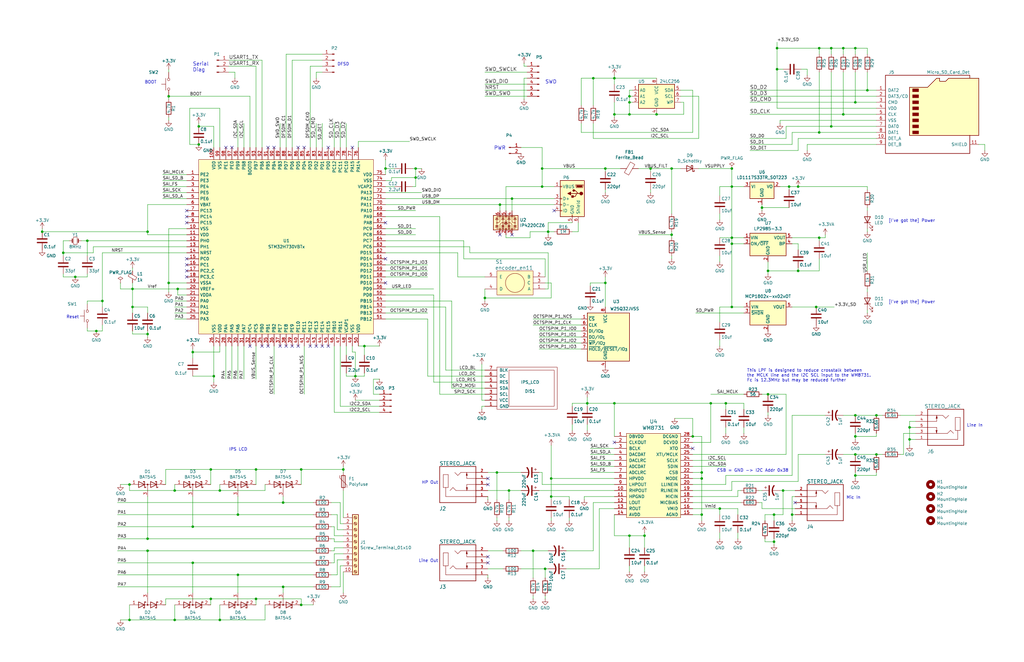
<source format=kicad_sch>
(kicad_sch (version 20250114) (generator "eeschema") (generator_version "9.0")
  (paper "B")
  (title_block (title "H730 Audio") (date "2021-05-09") (rev "0.3"))
  (text "SWD" (at 229.87 35.56 0) (effects (font (size 1.524 1.524)) (justify left bottom)))
  (text "Reset" (at 27.94 134.62 0) (effects (font (size 1.27 1.27)) (justify left bottom)))
  (text "PWR" (at 208.28 63.5 0) (effects (font (size 1.524 1.524)) (justify left bottom)))
  (text "DFSD" (at 142.24 27.94 0) (effects (font (size 1.27 1.27)) (justify left bottom)))
  (text "BOOT" (at 60.96 35.56 0) (effects (font (size 1.27 1.27)) (justify left bottom)))
  (text "Line Out" (at 176.53 237.49 0) (effects (font (size 1.27 1.27)) (justify left bottom)))
  (text "IPS LCD" (at 96.52 190.5 0) (effects (font (size 1.27 1.27)) (justify left bottom)))
  (text "HP Out" (at 177.8 204.47 0) (effects (font (size 1.27 1.27)) (justify left bottom)))
  (text "[I've got the] Power" (at 374.65 93.98 0) (effects (font (size 1.27 1.27)) (justify left bottom)))
  (text "Line In" (at 407.67 180.34 0) (effects (font (size 1.27 1.27)) (justify left bottom)))
  (text "Mic In" (at 356.87 210.82 0) (effects (font (size 1.27 1.27)) (justify left bottom)))
  (text "[I've got the] Power" (at 374.65 128.27 0) (effects (font (size 1.27 1.27)) (justify left bottom)))
  (text "CSB = GND -> I2C Addr 0x38" (at 302.26 199.39 0) (effects (font (size 1.27 1.27)) (justify left bottom)))
  (text "Serial\nDiag" (at 81.28 30.48 0) (effects (font (size 1.524 1.524)) (justify left bottom)))
  (text "This LPF is designed to reduce crosstalk between\nthe MCLK line and the I2C SCL input to the WM8731.\nFc is 12.3MHz but may be reduced further" (at 314.96 161.29 0) (effects (font (size 1.27 1.27)) (justify left bottom)))
  (junction (at 153.67 146.05))
  (junction (at 295.91 217.17))
  (junction (at 210.82 86.36))
  (junction (at 204.47 125.73))
  (junction (at 74.93 121.92))
  (junction (at 330.2 207.01))
  (junction (at 92.71 207.01))
  (junction (at 43.18 127))
  (junction (at 36.83 101.6))
  (junction (at 175.26 74.93))
  (junction (at 231.14 97.79))
  (junction (at 107.95 198.12))
  (junction (at 383.54 185.42))
  (junction (at 360.68 200.66))
  (junction (at 228.6 71.12))
  (junction (at 360.68 191.77))
  (junction (at 107.95 252.73))
  (junction (at 323.85 166.37))
  (junction (at 127 255.27))
  (junction (at 232.41 201.93))
  (junction (at 162.56 71.12))
  (junction (at 127 198.12))
  (junction (at 88.9 252.73))
  (junction (at 255.27 71.12))
  (junction (at 119.38 212.09))
  (junction (at 149.86 158.75))
  (junction (at 271.78 226.06))
  (junction (at 215.9 83.82))
  (junction (at 383.54 180.34))
  (junction (at 100.33 217.17))
  (junction (at 360.68 43.18))
  (junction (at 360.68 20.32))
  (junction (at 308.61 102.87))
  (junction (at 265.43 48.26))
  (junction (at 81.28 148.59))
  (junction (at 81.28 222.25))
  (junction (at 327.66 20.32))
  (junction (at 259.08 33.02))
  (junction (at 62.23 97.79))
  (junction (at 323.85 114.3))
  (junction (at 40.64 139.7))
  (junction (at 232.41 209.55))
  (junction (at 71.12 119.38))
  (junction (at 73.66 207.01))
  (junction (at 90.17 158.75))
  (junction (at 229.87 240.03))
  (junction (at 55.88 121.92))
  (junction (at 265.43 226.06))
  (junction (at 71.12 40.64))
  (junction (at 308.61 129.54))
  (junction (at 250.19 33.02))
  (junction (at 336.55 114.3))
  (junction (at 83.82 53.34))
  (junction (at 100.33 242.57))
  (junction (at 308.61 71.12))
  (junction (at 88.9 198.12))
  (junction (at 247.65 170.18))
  (junction (at 326.39 217.17))
  (junction (at 119.38 247.65))
  (junction (at 345.44 20.32))
  (junction (at 62.23 232.41))
  (junction (at 369.57 175.26))
  (junction (at 355.6 20.32))
  (junction (at 292.1 184.15))
  (junction (at 345.44 55.88))
  (junction (at 83.82 60.96))
  (junction (at 73.66 261.62))
  (junction (at 360.68 184.15))
  (junction (at 62.23 140.97))
  (junction (at 274.32 71.12))
  (junction (at 17.78 97.79))
  (junction (at 259.08 48.26))
  (junction (at 259.08 170.18))
  (junction (at 26.67 106.68))
  (junction (at 144.78 198.12))
  (junction (at 265.43 43.18))
  (junction (at 62.23 227.33))
  (junction (at 303.53 214.63))
  (junction (at 360.68 175.26))
  (junction (at 175.26 71.12))
  (junction (at 92.71 261.62))
  (junction (at 355.6 48.26))
  (junction (at 228.6 78.74))
  (junction (at 81.28 237.49))
  (junction (at 299.72 170.18))
  (junction (at 336.55 78.74))
  (junction (at 327.66 29.21))
  (junction (at 265.43 40.64))
  (junction (at 255.27 119.38))
  (junction (at 321.31 87.63))
  (junction (at 31.75 116.84))
  (junction (at 308.61 78.74))
  (junction (at 332.74 78.74))
  (junction (at 209.55 199.39))
  (junction (at 214.63 207.01))
  (junction (at 308.61 100.33))
  (junction (at 283.21 71.12))
  (junction (at 224.79 232.41))
  (junction (at 326.39 228.6))
  (junction (at 55.88 129.54))
  (junction (at 345.44 100.33))
  (junction (at 54.61 204.47))
  (junction (at 365.76 38.1))
  (junction (at 369.57 191.77))
  (junction (at 276.86 48.26))
  (junction (at 295.91 201.93))
  (junction (at 295.91 199.39))
  (junction (at 306.07 170.18))
  (junction (at 350.52 20.32))
  (junction (at 54.61 261.62))
  (junction (at 334.01 217.17))
  (junction (at 344.17 129.54))
  (junction (at 350.52 53.34))
  (junction (at 283.21 99.06))
  (no_connect (at 292.1 189.23))
  (no_connect (at 120.65 146.05))
  (no_connect (at 115.57 62.23))
  (no_connect (at 125.73 146.05))
  (no_connect (at 130.81 146.05))
  (no_connect (at 205.74 237.49))
  (no_connect (at 162.56 119.38))
  (no_connect (at 210.82 99.06))
  (no_connect (at 205.74 201.93))
  (no_connect (at 95.25 62.23))
  (no_connect (at 133.35 146.05))
  (no_connect (at 125.73 62.23))
  (no_connect (at 335.28 212.09))
  (no_connect (at 138.43 146.05))
  (no_connect (at 78.74 93.98))
  (no_connect (at 78.74 109.22))
  (no_connect (at 110.49 146.05))
  (no_connect (at 205.74 234.95))
  (no_connect (at 215.9 99.06))
  (no_connect (at 148.59 62.23))
  (no_connect (at 118.11 146.05))
  (no_connect (at 162.56 93.98))
  (no_connect (at 78.74 114.3))
  (no_connect (at 113.03 146.05))
  (no_connect (at 233.68 88.9))
  (no_connect (at 162.56 109.22))
  (no_connect (at 128.27 62.23))
  (no_connect (at 113.03 62.23))
  (no_connect (at 138.43 62.23))
  (no_connect (at 123.19 146.05))
  (no_connect (at 135.89 146.05))
  (no_connect (at 78.74 116.84))
  (no_connect (at 78.74 111.76))
  (no_connect (at 78.74 88.9))
  (no_connect (at 205.74 204.47))
  (no_connect (at 78.74 91.44))
  (no_connect (at 105.41 146.05))
  (no_connect (at 259.08 186.69))
  (no_connect (at 97.79 62.23))
  (wire (pts (xy 292.1 194.31) (xy 306.07 194.31)))
  (wire (pts (xy 360.68 184.15) (xy 360.68 182.88)))
  (wire (pts (xy 115.57 146.05) (xy 115.57 166.37)))
  (wire (pts (xy 39.37 104.14) (xy 39.37 106.68)))
  (wire (pts (xy 245.11 52.07) (xy 245.11 55.88)))
  (wire (pts (xy 330.2 207.01) (xy 330.2 217.17)))
  (wire (pts (xy 73.66 261.62) (xy 92.71 261.62)))
  (wire (pts (xy 36.83 139.7) (xy 40.64 139.7)))
  (wire (pts (xy 195.58 101.6) (xy 195.58 109.22)))
  (wire (pts (xy 140.97 231.14) (xy 144.78 231.14)))
  (wire (pts (xy 140.97 226.06) (xy 144.78 226.06)))
  (wire (pts (xy 143.51 212.09) (xy 139.7 212.09)))
  (wire (pts (xy 135.89 30.48) (xy 133.35 30.48)))
  (wire (pts (xy 55.88 119.38) (xy 55.88 121.92)))
  (wire (pts (xy 100.33 62.23) (xy 100.33 52.07)))
  (wire (pts (xy 140.97 233.68) (xy 144.78 233.68)))
  (wire (pts (xy 107.95 255.27) (xy 107.95 252.73)))
  (wire (pts (xy 283.21 71.12) (xy 283.21 90.17)))
  (wire (pts (xy 369.57 184.15) (xy 369.57 182.88)))
  (wire (pts (xy 287.02 40.64) (xy 294.64 40.64)))
  (wire (pts (xy 78.74 121.92) (xy 74.93 121.92)))
  (wire (pts (xy 274.32 71.12) (xy 283.21 71.12)))
  (wire (pts (xy 238.76 232.41) (xy 250.19 232.41)))
  (wire (pts (xy 69.85 252.73) (xy 88.9 252.73)))
  (wire (pts (xy 180.34 134.62) (xy 180.34 158.75)))
  (wire (pts (xy 232.41 119.38) (xy 232.41 125.73)))
  (wire (pts (xy 162.56 83.82) (xy 215.9 83.82)))
  (wire (pts (xy 283.21 99.06) (xy 269.24 99.06)))
  (wire (pts (xy 294.64 40.64) (xy 294.64 58.42)))
  (wire (pts (xy 311.15 214.63) (xy 311.15 217.17)))
  (wire (pts (xy 316.23 48.26) (xy 355.6 48.26)))
  (wire (pts (xy 292.1 207.01) (xy 308.61 207.01)))
  (wire (pts (xy 146.05 158.75) (xy 149.86 158.75)))
  (wire (pts (xy 92.71 146.05) (xy 92.71 148.59)))
  (wire (pts (xy 313.69 100.33) (xy 308.61 100.33)))
  (wire (pts (xy 295.91 184.15) (xy 295.91 199.39)))
  (wire (pts (xy 232.41 201.93) (xy 259.08 201.93)))
  (wire (pts (xy 330.2 217.17) (xy 326.39 217.17)))
  (wire (pts (xy 336.55 58.42) (xy 336.55 63.5)))
  (wire (pts (xy 313.69 132.08) (xy 293.37 132.08)))
  (wire (pts (xy 360.68 200.66) (xy 360.68 199.39)))
  (wire (pts (xy 205.74 242.57) (xy 205.74 243.84)))
  (wire (pts (xy 334.01 175.26) (xy 334.01 200.66)))
  (wire (pts (xy 259.08 170.18) (xy 299.72 170.18)))
  (wire (pts (xy 241.3 93.98) (xy 231.14 93.98)))
  (wire (pts (xy 26.67 115.57) (xy 26.67 116.84)))
  (wire (pts (xy 40.64 139.7) (xy 43.18 139.7)))
  (wire (pts (xy 332.74 78.74) (xy 336.55 78.74)))
  (wire (pts (xy 162.56 78.74) (xy 166.37 78.74)))
  (wire (pts (xy 308.61 207.01) (xy 308.61 203.2)))
  (wire (pts (xy 241.3 170.18) (xy 247.65 170.18)))
  (wire (pts (xy 232.41 201.93) (xy 232.41 209.55)))
  (wire (pts (xy 139.7 237.49) (xy 140.97 237.49)))
  (wire (pts (xy 340.36 29.21) (xy 340.36 31.75)))
  (wire (pts (xy 228.6 62.23) (xy 228.6 71.12)))
  (wire (pts (xy 146.05 62.23) (xy 146.05 52.07)))
  (wire (pts (xy 299.72 170.18) (xy 306.07 170.18)))
  (wire (pts (xy 269.24 71.12) (xy 274.32 71.12)))
  (wire (pts (xy 295.91 201.93) (xy 295.91 217.17)))
  (wire (pts (xy 266.7 38.1) (xy 265.43 38.1)))
  (wire (pts (xy 276.86 33.02) (xy 259.08 33.02)))
  (wire (pts (xy 345.44 114.3) (xy 345.44 109.22)))
  (wire (pts (xy 265.43 241.3) (xy 265.43 238.76)))
  (wire (pts (xy 350.52 53.34) (xy 331.47 53.34)))
  (wire (pts (xy 255.27 119.38) (xy 255.27 129.54)))
  (wire (pts (xy 306.07 170.18) (xy 313.69 170.18)))
  (wire (pts (xy 31.75 116.84) (xy 36.83 116.84)))
  (wire (pts (xy 78.74 127) (xy 73.66 127)))
  (wire (pts (xy 162.56 86.36) (xy 210.82 86.36)))
  (wire (pts (xy 386.08 182.88) (xy 381 182.88)))
  (wire (pts (xy 250.19 232.41) (xy 250.19 212.09)))
  (wire (pts (xy 162.56 134.62) (xy 180.34 134.62)))
  (wire (pts (xy 223.52 100.33) (xy 213.36 100.33)))
  (wire (pts (xy 132.08 232.41) (xy 62.23 232.41)))
  (wire (pts (xy 165.1 74.93) (xy 175.26 74.93)))
  (wire (pts (xy 119.38 212.09) (xy 49.53 212.09)))
  (wire (pts (xy 95.25 146.05) (xy 95.25 160.02)))
  (wire (pts (xy 255.27 81.28) (xy 255.27 80.01)))
  (wire (pts (xy 107.95 146.05) (xy 107.95 160.02)))
  (wire (pts (xy 327.66 29.21) (xy 327.66 45.72)))
  (wire (pts (xy 62.23 129.54) (xy 62.23 132.08)))
  (wire (pts (xy 229.87 109.22) (xy 229.87 116.84)))
  (wire (pts (xy 292.1 38.1) (xy 292.1 55.88)))
  (wire (pts (xy 250.19 212.09) (xy 259.08 212.09)))
  (wire (pts (xy 365.76 22.86) (xy 365.76 20.32)))
  (wire (pts (xy 185.42 91.44) (xy 185.42 166.37)))
  (wire (pts (xy 81.28 222.25) (xy 49.53 222.25)))
  (wire (pts (xy 365.76 132.08) (xy 365.76 130.81)))
  (wire (pts (xy 185.42 166.37) (xy 204.47 166.37)))
  (wire (pts (xy 162.56 106.68) (xy 193.04 106.68)))
  (wire (pts (xy 379.73 175.26) (xy 386.08 175.26)))
  (wire (pts (xy 55.88 121.92) (xy 55.88 129.54)))
  (wire (pts (xy 355.6 48.26) (xy 369.57 48.26)))
  (wire (pts (xy 96.52 25.4) (xy 110.49 25.4)))
  (wire (pts (xy 303.53 92.71) (xy 303.53 90.17)))
  (wire (pts (xy 219.71 240.03) (xy 229.87 240.03)))
  (wire (pts (xy 71.12 119.38) (xy 78.74 119.38)))
  (wire (pts (xy 334.01 100.33) (xy 345.44 100.33)))
  (wire (pts (xy 162.56 129.54) (xy 187.96 129.54)))
  (wire (pts (xy 327.66 20.32) (xy 327.66 29.21)))
  (wire (pts (xy 360.68 20.32) (xy 355.6 20.32)))
  (wire (pts (xy 320.04 207.01) (xy 321.31 207.01)))
  (wire (pts (xy 140.97 227.33) (xy 140.97 228.6)))
  (wire (pts (xy 345.44 100.33) (xy 347.98 100.33)))
  (wire (pts (xy 326.39 228.6) (xy 322.58 228.6)))
  (wire (pts (xy 303.53 129.54) (xy 303.53 135.89)))
  (wire (pts (xy 241.3 97.79) (xy 243.84 97.79)))
  (wire (pts (xy 90.17 146.05) (xy 90.17 158.75)))
  (wire (pts (xy 303.53 78.74) (xy 303.53 82.55)))
  (wire (pts (xy 142.24 242.57) (xy 139.7 242.57)))
  (wire (pts (xy 334.01 217.17) (xy 334.01 219.71)))
  (wire (pts (xy 119.38 209.55) (xy 119.38 212.09)))
  (wire (pts (xy 229.87 121.92) (xy 231.14 121.92)))
  (wire (pts (xy 292.1 212.09) (xy 312.42 212.09)))
  (wire (pts (xy 259.08 194.31) (xy 248.92 194.31)))
  (wire (pts (xy 78.74 76.2) (xy 68.58 76.2)))
  (wire (pts (xy 259.08 209.55) (xy 246.38 209.55)))
  (wire (pts (xy 259.08 199.39) (xy 248.92 199.39)))
  (wire (pts (xy 74.93 121.92) (xy 55.88 121.92)))
  (wire (pts (xy 71.12 96.52) (xy 71.12 119.38)))
  (wire (pts (xy 308.61 102.87) (xy 308.61 129.54)))
  (wire (pts (xy 334.01 55.88) (xy 345.44 55.88)))
  (wire (pts (xy 140.97 146.05) (xy 140.97 173.99)))
  (wire (pts (xy 372.11 191.77) (xy 369.57 191.77)))
  (wire (pts (xy 157.48 166.37) (xy 157.48 160.02)))
  (wire (pts (xy 228.6 71.12) (xy 255.27 71.12)))
  (wire (pts (xy 17.78 96.52) (xy 17.78 97.79)))
  (wire (pts (xy 369.57 60.96) (xy 340.36 60.96)))
  (wire (pts (xy 142.24 236.22) (xy 142.24 242.57)))
  (wire (pts (xy 271.78 226.06) (xy 271.78 231.14)))
  (wire (pts (xy 259.08 31.75) (xy 259.08 33.02)))
  (wire (pts (xy 62.23 232.41) (xy 49.53 232.41)))
  (wire (pts (xy 345.44 20.32) (xy 345.44 22.86)))
  (wire (pts (xy 250.19 52.07) (xy 250.19 58.42)))
  (wire (pts (xy 36.83 116.84) (xy 36.83 115.57)))
  (wire (pts (xy 135.89 25.4) (xy 123.19 25.4)))
  (wire (pts (xy 347.98 191.77) (xy 336.55 191.77)))
  (wire (pts (xy 144.78 196.85) (xy 144.78 198.12)))
  (wire (pts (xy 306.07 182.88) (xy 306.07 180.34)))
  (wire (pts (xy 88.9 252.73) (xy 107.95 252.73)))
  (wire (pts (xy 92.71 62.23) (xy 92.71 45.72)))
  (wire (pts (xy 151.13 59.69) (xy 151.13 62.23)))
  (wire (pts (xy 284.48 176.53) (xy 292.1 176.53)))
  (wire (pts (xy 222.25 33.02) (xy 220.98 33.02)))
  (wire (pts (xy 322.58 228.6) (xy 322.58 227.33)))
  (wire (pts (xy 132.08 247.65) (xy 119.38 247.65)))
  (wire (pts (xy 162.56 114.3) (xy 180.34 114.3)))
  (wire (pts (xy 321.31 212.09) (xy 320.04 212.09)))
  (wire (pts (xy 292.1 184.15) (xy 295.91 184.15)))
  (wire (pts (xy 295.91 199.39) (xy 295.91 201.93)))
  (wire (pts (xy 306.07 200.66) (xy 334.01 200.66)))
  (wire (pts (xy 345.44 30.48) (xy 345.44 55.88)))
  (wire (pts (xy 259.08 191.77) (xy 248.92 191.77)))
  (wire (pts (xy 238.76 240.03) (xy 252.73 240.03)))
  (wire (pts (xy 311.15 227.33) (xy 311.15 224.79)))
  (wire (pts (xy 243.84 93.98) (xy 243.84 97.79)))
  (wire (pts (xy 241.3 181.61) (xy 241.3 179.07)))
  (wire (pts (xy 107.95 204.47) (xy 107.95 198.12)))
  (wire (pts (xy 323.85 166.37) (xy 331.47 166.37)))
  (wire (pts (xy 107.95 27.94) (xy 107.95 62.23)))
  (wire (pts (xy 209.55 199.39) (xy 209.55 210.82)))
  (wire (pts (xy 204.47 163.83) (xy 190.5 163.83)))
  (wire (pts (xy 120.65 22.86) (xy 120.65 62.23)))
  (wire (pts (xy 386.08 180.34) (xy 383.54 180.34)))
  (wire (pts (xy 162.56 88.9) (xy 175.26 88.9)))
  (wire (pts (xy 73.66 207.01) (xy 54.61 207.01)))
  (wire (pts (xy 292.1 217.17) (xy 295.91 217.17)))
  (wire (pts (xy 255.27 72.39) (xy 255.27 71.12)))
  (wire (pts (xy 175.26 71.12) (xy 173.99 71.12)))
  (wire (pts (xy 347.98 100.33) (xy 347.98 99.06)))
  (wire (pts (xy 328.93 78.74) (xy 332.74 78.74)))
  (wire (pts (xy 308.61 100.33) (xy 303.53 100.33)))
  (wire (pts (xy 331.47 53.34) (xy 331.47 58.42)))
  (wire (pts (xy 205.74 207.01) (xy 214.63 207.01)))
  (wire (pts (xy 232.41 187.96) (xy 232.41 201.93)))
  (wire (pts (xy 245.11 55.88) (xy 292.1 55.88)))
  (wire (pts (xy 143.51 171.45) (xy 160.02 171.45)))
  (wire (pts (xy 100.33 250.19) (xy 100.33 242.57)))
  (wire (pts (xy 327.66 45.72) (xy 369.57 45.72)))
  (wire (pts (xy 123.19 25.4) (xy 123.19 62.23)))
  (wire (pts (xy 144.78 198.12) (xy 144.78 199.39)))
  (wire (pts (xy 36.83 101.6) (xy 78.74 101.6)))
  (wire (pts (xy 92.71 148.59) (xy 81.28 148.59)))
  (wire (pts (xy 229.87 251.46) (xy 229.87 252.73)))
  (wire (pts (xy 360.68 20.32) (xy 365.76 20.32)))
  (wire (pts (xy 228.6 204.47) (xy 228.6 199.39)))
  (wire (pts (xy 335.28 217.17) (xy 334.01 217.17)))
  (wire (pts (xy 335.28 214.63) (xy 321.31 214.63)))
  (wire (pts (xy 135.89 27.94) (xy 130.81 27.94)))
  (wire (pts (xy 350.52 30.48) (xy 350.52 53.34)))
  (wire (pts (xy 265.43 226.06) (xy 265.43 231.14)))
  (wire (pts (xy 219.71 62.23) (xy 228.6 62.23)))
  (wire (pts (xy 144.78 223.52) (xy 142.24 223.52)))
  (wire (pts (xy 271.78 224.79) (xy 271.78 226.06)))
  (wire (pts (xy 224.79 232.41) (xy 231.14 232.41)))
  (wire (pts (xy 332.74 87.63) (xy 321.31 87.63)))
  (wire (pts (xy 323.85 173.99) (xy 323.85 175.26)))
  (wire (pts (xy 204.47 156.21) (xy 187.96 156.21)))
  (wire (pts (xy 78.74 99.06) (xy 62.23 99.06)))
  (wire (pts (xy 303.53 214.63) (xy 311.15 214.63)))
  (wire (pts (xy 213.36 100.33) (xy 213.36 99.06)))
  (wire (pts (xy 214.63 207.01) (xy 219.71 207.01)))
  (wire (pts (xy 144.78 207.01) (xy 144.78 218.44)))
  (wire (pts (xy 205.74 209.55) (xy 205.74 210.82)))
  (wire (pts (xy 132.08 212.09) (xy 119.38 212.09)))
  (wire (pts (xy 54.61 255.27) (xy 54.61 261.62)))
  (wire (pts (xy 369.57 191.77) (xy 360.68 191.77)))
  (wire (pts (xy 140.97 222.25) (xy 140.97 226.06)))
  (wire (pts (xy 162.56 91.44) (xy 185.42 91.44)))
  (wire (pts (xy 306.07 204.47) (xy 306.07 200.66)))
  (wire (pts (xy 132.08 237.49) (xy 81.28 237.49)))
  (wire (pts (xy 365.76 123.19) (xy 365.76 121.92)))
  (wire (pts (xy 88.9 255.27) (xy 88.9 252.73)))
  (wire (pts (xy 71.12 40.64) (xy 105.41 40.64)))
  (wire (pts (xy 313.69 182.88) (xy 313.69 180.34)))
  (wire (pts (xy 26.67 116.84) (xy 31.75 116.84)))
  (wire (pts (xy 105.41 40.64) (xy 105.41 62.23)))
  (wire (pts (xy 229.87 240.03) (xy 231.14 240.03)))
  (wire (pts (xy 78.74 134.62) (xy 73.66 134.62)))
  (wire (pts (xy 355.6 175.26) (xy 360.68 175.26)))
  (wire (pts (xy 78.74 73.66) (xy 68.58 73.66)))
  (wire (pts (xy 78.74 104.14) (xy 39.37 104.14)))
  (wire (pts (xy 26.67 106.68) (xy 26.67 107.95)))
  (wire (pts (xy 135.89 22.86) (xy 120.65 22.86)))
  (wire (pts (xy 336.55 114.3) (xy 345.44 114.3)))
  (wire (pts (xy 144.78 238.76) (xy 143.51 238.76)))
  (wire (pts (xy 162.56 96.52) (xy 175.26 96.52)))
  (wire (pts (xy 241.3 170.18) (xy 241.3 171.45)))
  (wire (pts (xy 321.31 166.37) (xy 323.85 166.37)))
  (wire (pts (xy 127 252.73) (xy 127 255.27)))
  (wire (pts (xy 369.57 40.64) (xy 316.23 40.64)))
  (wire (pts (xy 222.25 40.64) (xy 204.47 40.64)))
  (wire (pts (xy 265.43 40.64) (xy 265.43 43.18)))
  (wire (pts (xy 132.08 227.33) (xy 62.23 227.33)))
  (wire (pts (xy 365.76 88.9) (xy 365.76 87.63)))
  (wire (pts (xy 322.58 217.17) (xy 326.39 217.17)))
  (wire (pts (xy 265.43 43.18) (xy 265.43 48.26)))
  (wire (pts (xy 360.68 200.66) (xy 369.57 200.66)))
  (wire (pts (xy 34.29 101.6) (xy 36.83 101.6)))
  (wire (pts (xy 248.92 119.38) (xy 255.27 119.38)))
  (wire (pts (xy 144.78 236.22) (xy 142.24 236.22)))
  (wire (pts (xy 162.56 81.28) (xy 177.8 81.28)))
  (wire (pts (xy 308.61 78.74) (xy 308.61 100.33)))
  (wire (pts (xy 365.76 106.68) (xy 365.76 114.3)))
  (wire (pts (xy 383.54 185.42) (xy 383.54 187.96)))
  (wire (pts (xy 62.23 86.36) (xy 62.23 97.79)))
  (wire (pts (xy 162.56 99.06) (xy 175.26 99.06)))
  (wire (pts (xy 336.55 63.5) (xy 316.23 63.5)))
  (wire (pts (xy 26.67 101.6) (xy 29.21 101.6)))
  (wire (pts (xy 81.28 158.75) (xy 90.17 158.75)))
  (wire (pts (xy 81.28 148.59) (xy 81.28 147.32)))
  (wire (pts (xy 204.47 161.29) (xy 182.88 161.29)))
  (wire (pts (xy 231.14 97.79) (xy 223.52 97.79)))
  (wire (pts (xy 107.95 198.12) (xy 127 198.12)))
  (wire (pts (xy 81.28 209.55) (xy 81.28 222.25)))
  (wire (pts (xy 204.47 125.73) (xy 204.47 121.92)))
  (wire (pts (xy 252.73 240.03) (xy 252.73 214.63)))
  (wire (pts (xy 345.44 101.6) (xy 345.44 100.33)))
  (wire (pts (xy 162.56 116.84) (xy 180.34 116.84)))
  (wire (pts (xy 127 204.47) (xy 127 198.12)))
  (wire (pts (xy 36.83 107.95) (xy 36.83 101.6)))
  (wire (pts (xy 205.74 232.41) (xy 212.09 232.41)))
  (wire (pts (xy 295.91 217.17) (xy 295.91 219.71)))
  (wire (pts (xy 250.19 33.02) (xy 250.19 44.45)))
  (wire (pts (xy 231.14 97.79) (xy 233.68 97.79)))
  (wire (pts (xy 231.14 93.98) (xy 231.14 97.79)))
  (wire (pts (xy 383.54 180.34) (xy 383.54 185.42)))
  (wire (pts (xy 224.79 232.41) (xy 224.79 243.84)))
  (wire (pts (xy 415.29 60.96) (xy 415.29 63.5)))
  (wire (pts (xy 195.58 109.22) (xy 229.87 109.22)))
  (wire (pts (xy 214.63 218.44) (xy 214.63 219.71)))
  (wire (pts (xy 205.74 199.39) (xy 209.55 199.39)))
  (wire (pts (xy 276.86 48.26) (xy 288.29 48.26)))
  (wire (pts (xy 162.56 101.6) (xy 195.58 101.6)))
  (wire (pts (xy 231.14 97.79) (xy 231.14 99.06)))
  (wire (pts (xy 193.04 116.84) (xy 204.47 116.84)))
  (wire (pts (xy 287.02 43.18) (xy 288.29 43.18)))
  (wire (pts (xy 203.2 153.67) (xy 203.2 168.91)))
  (wire (pts (xy 321.31 214.63) (xy 321.31 212.09)))
  (wire (pts (xy 331.47 166.37) (xy 331.47 191.77)))
  (wire (pts (xy 250.19 58.42) (xy 294.64 58.42)))
  (wire (pts (xy 369.57 43.18) (xy 360.68 43.18)))
  (wire (pts (xy 139.7 222.25) (xy 140.97 222.25)))
  (wire (pts (xy 149.86 148.59) (xy 149.86 158.75)))
  (wire (pts (xy 259.08 170.18) (xy 259.08 184.15)))
  (wire (pts (xy 292.1 199.39) (xy 295.91 199.39)))
  (wire (pts (xy 326.39 219.71) (xy 326.39 217.17)))
  (wire (pts (xy 274.32 72.39) (xy 274.32 71.12)))
  (wire (pts (xy 213.36 88.9) (xy 213.36 78.74)))
  (wire (pts (xy 283.21 107.95) (xy 283.21 109.22)))
  (wire (pts (xy 36.83 138.43) (xy 36.83 139.7)))
  (wire (pts (xy 328.93 207.01) (xy 330.2 207.01)))
  (wire (pts (xy 100.33 242.57) (xy 49.53 242.57)))
  (wire (pts (xy 96.52 27.94) (xy 107.95 27.94)))
  (wire (pts (xy 153.67 146.05) (xy 153.67 149.86)))
  (wire (pts (xy 326.39 229.87) (xy 326.39 228.6)))
  (wire (pts (xy 227.33 207.01) (xy 259.08 207.01)))
  (wire (pts (xy 266.7 43.18) (xy 265.43 43.18)))
  (wire (pts (xy 39.37 106.68) (xy 26.67 106.68)))
  (wire (pts (xy 162.56 124.46) (xy 182.88 124.46)))
  (wire (pts (xy 143.51 146.05) (xy 143.51 171.45)))
  (wire (pts (xy 142.24 223.52) (xy 142.24 217.17)))
  (wire (pts (xy 331.47 58.42) (xy 316.23 58.42)))
  (wire (pts (xy 182.88 124.46) (xy 182.88 161.29)))
  (wire (pts (xy 222.25 35.56) (xy 204.47 35.56)))
  (wire (pts (xy 110.49 25.4) (xy 110.49 62.23)))
  (wire (pts (xy 132.08 222.25) (xy 81.28 222.25)))
  (wire (pts (xy 299.72 186.69) (xy 299.72 170.18)))
  (wire (pts (xy 308.61 129.54) (xy 303.53 129.54)))
  (wire (pts (xy 203.2 171.45) (xy 203.2 172.72)))
  (wire (pts (xy 337.82 29.21) (xy 340.36 29.21)))
  (wire (pts (xy 148.59 148.59) (xy 149.86 148.59)))
  (wire (pts (xy 247.65 167.64) (xy 247.65 170.18)))
  (wire (pts (xy 369.57 58.42) (xy 336.55 58.42)))
  (wire (pts (xy 100.33 217.17) (xy 49.53 217.17)))
  (wire (pts (xy 210.82 88.9) (xy 210.82 86.36)))
  (wire (pts (xy 62.23 139.7) (xy 62.23 140.97)))
  (wire (pts (xy 334.01 129.54) (xy 344.17 129.54)))
  (wire (pts (xy 355.6 22.86) (xy 355.6 20.32)))
  (wire (pts (xy 321.31 87.63) (xy 321.31 88.9)))
  (wire (pts (xy 336.55 114.3) (xy 323.85 114.3)))
  (wire (pts (xy 334.01 60.96) (xy 316.23 60.96)))
  (wire (pts (xy 360.68 175.26) (xy 369.57 175.26)))
  (wire (pts (xy 265.43 38.1) (xy 265.43 40.64)))
  (wire (pts (xy 36.83 127) (xy 43.18 127)))
  (wire (pts (xy 369.57 175.26) (xy 372.11 175.26)))
  (wire (pts (xy 162.56 104.14) (xy 198.12 104.14)))
  (wire (pts (xy 259.08 48.26) (xy 265.43 48.26)))
  (wire (pts (xy 92.71 261.62) (xy 111.76 261.62)))
  (wire (pts (xy 350.52 22.86) (xy 350.52 20.32)))
  (wire (pts (xy 111.76 261.62) (xy 111.76 255.27)))
  (wire (pts (xy 132.08 242.57) (xy 100.33 242.57)))
  (wire (pts (xy 151.13 146.05) (xy 153.67 146.05)))
  (wire (pts (xy 292.1 209.55) (xy 311.15 209.55)))
  (wire (pts (xy 144.78 250.19) (xy 144.78 241.3)))
  (wire (pts (xy 198.12 104.14) (xy 198.12 106.68)))
  (wire (pts (xy 228.6 199.39) (xy 227.33 199.39)))
  (wire (pts (xy 81.28 237.49) (xy 49.53 237.49)))
  (wire (pts (xy 55.88 140.97) (xy 55.88 139.7)))
  (wire (pts (xy 292.1 196.85) (xy 306.07 196.85)))
  (wire (pts (xy 255.27 116.84) (xy 255.27 119.38)))
  (wire (pts (xy 36.83 128.27) (xy 36.83 127)))
  (wire (pts (xy 17.78 97.79) (xy 62.23 97.79)))
  (wire (pts (xy 83.82 52.07) (xy 83.82 53.34)))
  (wire (pts (xy 223.52 97.79) (xy 223.52 100.33)))
  (wire (pts (xy 360.68 30.48) (xy 360.68 43.18)))
  (wire (pts (xy 204.47 30.48) (xy 222.25 30.48)))
  (wire (pts (xy 205.74 240.03) (xy 212.09 240.03)))
  (wire (pts (xy 204.47 168.91) (xy 203.2 168.91)))
  (wire (pts (xy 160.02 166.37) (xy 157.48 166.37)))
  (wire (pts (xy 62.23 97.79) (xy 62.23 99.06)))
  (wire (pts (xy 274.32 81.28) (xy 274.32 80.01)))
  (wire (pts (xy 271.78 241.3) (xy 271.78 238.76)))
  (wire (pts (xy 26.67 101.6) (xy 26.67 106.68)))
  (wire (pts (xy 80.01 45.72) (xy 80.01 60.96)))
  (wire (pts (xy 100.33 209.55) (xy 100.33 217.17)))
  (wire (pts (xy 240.03 219.71) (xy 240.03 218.44)))
  (wire (pts (xy 88.9 204.47) (xy 88.9 198.12)))
  (wire (pts (xy 360.68 184.15) (xy 369.57 184.15)))
  (wire (pts (xy 259.08 189.23) (xy 248.92 189.23)))
  (wire (pts (xy 246.38 209.55) (xy 246.38 210.82)))
  (wire (pts (xy 78.74 124.46) (xy 74.93 124.46)))
  (wire (pts (xy 193.04 106.68) (xy 193.04 116.84)))
  (wire (pts (xy 83.82 53.34) (xy 90.17 53.34)))
  (wire (pts (xy 143.51 62.23) (xy 143.51 52.07)))
  (wire (pts (xy 148.59 146.05) (xy 148.59 148.59)))
  (wire (pts (xy 62.23 227.33) (xy 62.23 209.55)))
  (wire (pts (xy 78.74 106.68) (xy 43.18 106.68)))
  (wire (pts (xy 330.2 207.01) (xy 335.28 207.01)))
  (wire (pts (xy 340.36 60.96) (xy 340.36 63.5)))
  (wire (pts (xy 220.98 33.02) (xy 220.98 41.91)))
  (wire (pts (xy 245.11 147.32) (xy 227.33 147.32)))
  (wire (pts (xy 259.08 48.26) (xy 259.08 49.53)))
  (wire (pts (xy 140.97 237.49) (xy 140.97 233.68)))
  (wire (pts (xy 162.56 71.12) (xy 166.37 71.12)))
  (wire (pts (xy 308.61 78.74) (xy 303.53 78.74)))
  (wire (pts (xy 215.9 88.9) (xy 215.9 83.82)))
  (wire (pts (xy 81.28 151.13) (xy 81.28 148.59)))
  (wire (pts (xy 292.1 201.93) (xy 295.91 201.93)))
  (wire (pts (xy 245.11 33.02) (xy 245.11 44.45)))
  (wire (pts (xy 369.57 38.1) (xy 365.76 38.1)))
  (wire (pts (xy 187.96 129.54) (xy 187.96 156.21)))
  (wire (pts (xy 111.76 204.47) (xy 111.76 207.01)))
  (wire (pts (xy 266.7 40.64) (xy 265.43 40.64)))
  (wire (pts (xy 287.02 38.1) (xy 292.1 38.1)))
  (wire (pts (xy 215.9 83.82) (xy 233.68 83.82)))
  (wire (pts (xy 173.99 78.74) (xy 175.26 78.74)))
  (wire (pts (xy 245.11 144.78) (xy 227.33 144.78)))
  (wire (pts (xy 250.19 33.02) (xy 245.11 33.02)))
  (wire (pts (xy 313.69 170.18) (xy 313.69 172.72)))
  (wire (pts (xy 78.74 81.28) (xy 68.58 81.28)))
  (wire (pts (xy 229.87 119.38) (xy 232.41 119.38)))
  (wire (pts (xy 292.1 176.53) (xy 292.1 184.15)))
  (wire (pts (xy 62.23 140.97) (xy 62.23 142.24)))
  (wire (pts (xy 327.66 17.78) (xy 327.66 20.32)))
  (wire (pts (xy 255.27 71.12) (xy 261.62 71.12)))
  (wire (pts (xy 365.76 78.74) (xy 365.76 80.01)))
  (wire (pts (xy 153.67 146.05) (xy 160.02 146.05)))
  (wire (pts (xy 43.18 106.68) (xy 43.18 127)))
  (wire (pts (xy 381 191.77) (xy 379.73 191.77)))
  (wire (pts (xy 381 182.88) (xy 381 191.77)))
  (wire (pts (xy 311.15 209.55) (xy 311.15 207.01)))
  (wire (pts (xy 259.08 196.85) (xy 248.92 196.85)))
  (wire (pts (xy 133.35 30.48) (xy 133.35 33.02)))
  (wire (pts (xy 74.93 124.46) (xy 74.93 121.92)))
  (wire (pts (xy 259.08 204.47) (xy 228.6 204.47)))
  (wire (pts (xy 55.88 113.03) (xy 55.88 114.3)))
  (wire (pts (xy 412.75 60.96) (xy 415.29 60.96)))
  (wire (pts (xy 73.66 204.47) (xy 73.66 207.01)))
  (wire (pts (xy 365.76 30.48) (xy 365.76 38.1)))
  (wire (pts (xy 369.57 50.8) (xy 328.93 50.8)))
  (wire (pts (xy 334.01 209.55) (xy 334.01 217.17)))
  (wire (pts (xy 321.31 86.36) (xy 321.31 87.63)))
  (wire (pts (xy 102.87 146.05) (xy 102.87 160.02)))
  (wire (pts (xy 92.71 204.47) (xy 92.71 207.01)))
  (wire (pts (xy 133.35 62.23) (xy 133.35 52.07)))
  (wire (pts (xy 198.12 106.68) (xy 231.14 106.68)))
  (wire (pts (xy 157.48 160.02) (xy 160.02 160.02)))
  (wire (pts (xy 292.1 191.77) (xy 331.47 191.77)))
  (wire (pts (xy 220.98 27.94) (xy 220.98 26.67)))
  (wire (pts (xy 330.2 29.21) (xy 327.66 29.21)))
  (wire (pts (xy 135.89 62.23) (xy 135.89 52.07)))
  (wire (pts (xy 140.97 228.6) (xy 144.78 228.6)))
  (wire (pts (xy 316.23 38.1) (xy 365.76 38.1)))
  (wire (pts (xy 247.65 170.18) (xy 259.08 170.18)))
  (wire (pts (xy 43.18 139.7) (xy 43.18 137.16)))
  (wire (pts (xy 313.69 129.54) (xy 308.61 129.54)))
  (wire (pts (xy 232.41 125.73) (xy 204.47 125.73)))
  (wire (pts (xy 149.86 158.75) (xy 153.67 158.75)))
  (wire (pts (xy 345.44 20.32) (xy 327.66 20.32)))
  (wire (pts (xy 336.55 191.77) (xy 336.55 203.2)))
  (wire (pts (xy 360.68 201.93) (xy 360.68 200.66)))
  (wire (pts (xy 140.97 62.23) (xy 140.97 52.07)))
  (wire (pts (xy 283.21 71.12) (xy 287.02 71.12)))
  (wire (pts (xy 204.47 158.75) (xy 180.34 158.75)))
  (wire (pts (xy 96.52 30.48) (xy 99.06 30.48)))
  (wire (pts (xy 240.03 209.55) (xy 240.03 210.82)))
  (wire (pts (xy 292.1 214.63) (xy 303.53 214.63)))
  (wire (pts (xy 209.55 218.44) (xy 209.55 219.71)))
  (wire (pts (xy 119.38 250.19) (xy 119.38 247.65)))
  (wire (pts (xy 222.25 38.1) (xy 204.47 38.1)))
  (wire (pts (xy 386.08 177.8) (xy 383.54 177.8)))
  (wire (pts (xy 62.23 227.33) (xy 49.53 227.33)))
  (wire (pts (xy 303.53 214.63) (xy 303.53 217.17)))
  (wire (pts (xy 92.71 207.01) (xy 73.66 207.01)))
  (wire (pts (xy 308.61 100.33) (xy 308.61 102.87)))
  (wire (pts (xy 78.74 129.54) (xy 73.66 129.54)))
  (wire (pts (xy 224.79 251.46) (xy 224.79 252.73)))
  (wire (pts (xy 247.65 181.61) (xy 247.65 179.07)))
  (wire (pts (xy 160.02 168.91) (xy 149.86 168.91)))
  (wire (pts (xy 355.6 191.77) (xy 360.68 191.77)))
  (wire (pts (xy 229.87 243.84) (xy 229.87 240.03)))
  (wire (pts (xy 335.28 209.55) (xy 334.01 209.55)))
  (wire (pts (xy 308.61 71.12) (xy 308.61 78.74)))
  (wire (pts (xy 326.39 228.6) (xy 326.39 227.33)))
  (wire (pts (xy 162.56 71.12) (xy 162.56 67.31)))
  (wire (pts (xy 55.88 140.97) (xy 62.23 140.97)))
  (wire (pts (xy 283.21 99.06) (xy 283.21 100.33)))
  (wire (pts (xy 292.1 204.47) (xy 306.07 204.47)))
  (wire (pts (xy 344.17 129.54) (xy 351.79 129.54)))
  (wire (pts (xy 283.21 97.79) (xy 283.21 99.06)))
  (wire (pts (xy 62.23 86.36) (xy 78.74 86.36)))
  (wire (pts (xy 334.01 102.87) (xy 336.55 102.87)))
  (wire (pts (xy 175.26 74.93) (xy 175.26 71.12)))
  (wire (pts (xy 323.85 114.3) (xy 323.85 115.57)))
  (wire (pts (xy 162.56 111.76) (xy 180.34 111.76)))
  (wire (pts (xy 92.71 255.27) (xy 92.71 261.62)))
  (wire (pts (xy 219.71 232.41) (xy 224.79 232.41)))
  (wire (pts (xy 43.18 127) (xy 43.18 129.54)))
  (wire (pts (xy 311.15 207.01) (xy 312.42 207.01)))
  (wire (pts (xy 190.5 127) (xy 190.5 163.83)))
  (wire (pts (xy 71.12 30.48) (xy 71.12 29.21)))
  (wire (pts (xy 111.76 207.01) (xy 92.71 207.01)))
  (wire (pts (xy 81.28 250.19) (xy 81.28 237.49)))
  (wire (pts (xy 100.33 146.05) (xy 100.33 160.02)))
  (wire (pts (xy 308.61 203.2) (xy 336.55 203.2)))
  (wire (pts (xy 252.73 214.63) (xy 259.08 214.63)))
  (wire (pts (xy 347.98 175.26) (xy 334.01 175.26)))
  (wire (pts (xy 90.17 158.75) (xy 90.17 161.29)))
  (wire (pts (xy 78.74 83.82) (xy 68.58 83.82)))
  (wire (pts (xy 54.61 207.01) (xy 54.61 204.47)))
  (wire (pts (xy 350.52 20.32) (xy 345.44 20.32)))
  (wire (pts (xy 259.08 33.02) (xy 259.08 35.56)))
  (wire (pts (xy 345.44 55.88) (xy 369.57 55.88)))
  (wire (pts (xy 90.17 53.34) (xy 90.17 62.23)))
  (wire (pts (xy 118.11 62.23) (xy 118.11 52.07)))
  (wire (pts (xy 355.6 30.48) (xy 355.6 48.26)))
  (wire (pts (xy 303.53 227.33) (xy 303.53 224.79)))
  (wire (pts (xy 247.65 170.18) (xy 247.65 171.45)))
  (wire (pts (xy 54.61 261.62) (xy 73.66 261.62)))
  (wire (pts (xy 132.08 217.17) (xy 100.33 217.17)))
  (wire (pts (xy 78.74 78.74) (xy 68.58 78.74)))
  (wire (pts (xy 165.1 76.2) (xy 165.1 74.93)))
  (wire (pts (xy 303.53 110.49) (xy 303.53 107.95)))
  (wire (pts (xy 50.8 121.92) (xy 50.8 119.38)))
  (wire (pts (xy 162.56 73.66) (xy 162.56 71.12)))
  (wire (pts (xy 360.68 43.18) (xy 316.23 43.18)))
  (wire (pts (xy 248.92 119.38) (xy 248.92 120.65)))
  (wire (pts (xy 71.12 119.38) (xy 71.12 123.19)))
  (wire (pts (xy 80.01 60.96) (xy 83.82 60.96)))
  (wire (pts (xy 336.55 78.74) (xy 365.76 78.74)))
  (wire (pts (xy 144.78 220.98) (xy 143.51 220.98)))
  (wire (pts (xy 151.13 59.69) (xy 172.72 59.69)))
  (wire (pts (xy 78.74 132.08) (xy 73.66 132.08)))
  (wire (pts (xy 336.55 102.87) (xy 336.55 105.41)))
  (wire (pts (xy 259.08 226.06) (xy 259.08 217.17)))
  (wire (pts (xy 97.79 146.05) (xy 97.79 160.02)))
  (wire (pts (xy 365.76 97.79) (xy 365.76 96.52)))
  (wire (pts (xy 146.05 146.05) (xy 146.05 149.86)))
  (wire (pts (xy 332.74 78.74) (xy 332.74 80.01)))
  (wire (pts (xy 214.63 210.82) (xy 214.63 207.01)))
  (wire (pts (xy 303.53 146.05) (xy 303.53 143.51)))
  (wire (pts (xy 360.68 185.42) (xy 360.68 184.15)))
  (wire (pts (xy 245.11 137.16) (xy 224.79 137.16)))
  (wire (pts (xy 231.14 106.68) (xy 231.14 121.92)))
  (wire (pts (xy 88.9 198.12) (xy 107.95 198.12)))
  (wire (pts (xy 306.07 170.18) (xy 306.07 172.72)))
  (wire (pts (xy 162.56 132.08) (xy 180.34 132.08)))
  (wire (pts (xy 245.11 134.62) (xy 224.79 134.62)))
  (wire (pts (xy 71.12 50.8) (xy 71.12 49.53)))
  (wire (pts (xy 71.12 41.91) (xy 71.12 40.64)))
  (wire (pts (xy 107.95 252.73) (xy 127 252.73)))
  (wire (pts (xy 50.8 261.62) (xy 54.61 261.62)))
  (wire (pts (xy 219.71 199.39) (xy 209.55 199.39)))
  (wire (pts (xy 50.8 121.92) (xy 55.88 121.92)))
  (wire (pts (xy 228.6 78.74) (xy 213.36 78.74)))
  (wire (pts (xy 232.41 209.55) (xy 232.41 210.82)))
  (wire (pts (xy 78.74 96.52) (xy 71.12 96.52)))
  (wire (pts (xy 334.01 60.96) (xy 334.01 55.88)))
  (wire (pts (xy 99.06 30.48) (xy 99.06 33.02)))
  (wire (pts (xy 233.68 86.36) (xy 210.82 86.36)))
  (wire (pts (xy 233.68 78.74) (xy 228.6 78.74)))
  (wire (pts (xy 162.56 127) (xy 190.5 127)))
  (wire (pts (xy 232.41 219.71) (xy 232.41 218.44)))
  (wire (pts (xy 313.69 102.87) (xy 308.61 102.87)))
  (wire (pts (xy 383.54 177.8) (xy 383.54 180.34)))
  (wire (pts (xy 142.24 217.17) (xy 139.7 217.17)))
  (wire (pts (xy 265.43 226.06) (xy 259.08 226.06)))
  (wire (pts (xy 245.11 139.7) (xy 227.33 139.7)))
  (wire (pts (xy 175.26 78.74) (xy 175.26 74.93)))
  (wire (pts (xy 369.57 200.66) (xy 369.57 199.39)))
  (wire (pts (xy 350.52 20.32) (xy 355.6 20.32)))
  (wire (pts (xy 350.52 53.34) (xy 369.57 53.34)))
  (wire (pts (xy 386.08 185.42) (xy 383.54 185.42)))
  (wire (pts (xy 259.08 33.02) (xy 250.19 33.02)))
  (wire (pts (xy 54.61 204.47) (xy 50.8 204.47)))
  (wire (pts (xy 175.26 71.12) (xy 177.8 71.12)))
  (wire (pts (xy 323.85 110.49) (xy 323.85 114.3)))
  (wire (pts (xy 336.55 113.03) (xy 336.55 114.3)))
  (wire (pts (xy 69.85 198.12) (xy 88.9 198.12)))
  (wire (pts (xy 294.64 71.12) (xy 308.61 71.12)))
  (wire (pts (xy 259.08 43.18) (xy 259.08 48.26)))
  (wire (pts (xy 153.67 158.75) (xy 153.67 157.48)))
  (wire (pts (xy 143.51 238.76) (xy 143.51 247.65)))
  (wire (pts (xy 139.7 232.41) (xy 140.97 232.41)))
  (wire (pts (xy 69.85 255.27) (xy 69.85 252.73)))
  (wire (pts (xy 288.29 43.18) (xy 288.29 48.26)))
  (wire (pts (xy 62.23 250.19) (xy 62.23 232.41)))
  (wire (pts (xy 130.81 27.94) (xy 130.81 62.23)))
  (wire (pts (xy 313.69 166.37) (xy 299.72 166.37)))
  (wire (pts (xy 128.27 146.05) (xy 128.27 166.37)))
  (wire (pts (xy 265.43 48.26) (xy 276.86 48.26)))
  (wire (pts (xy 328.93 50.8) (xy 328.93 52.07)))
  (wire (pts (xy 127 198.12) (xy 144.78 198.12)))
  (wire (pts (xy 140.97 173.99) (xy 160.02 173.99)))
  (wire (pts (xy 204.47 171.45) (xy 203.2 171.45)))
  (wire (pts (xy 162.56 121.92) (xy 182.88 121.92)))
  (wire (pts (xy 143.51 220.98) (xy 143.51 212.09)))
  (wire (pts (xy 119.38 247.65) (xy 49.53 247.65)))
  (wire (pts (xy 322.58 219.71) (xy 322.58 217.17)))
  (wire (pts (xy 139.7 227.33) (xy 140.97 227.33)))
  (wire (pts (xy 292.1 186.69) (xy 299.72 186.69)))
  (wire (pts (xy 162.56 76.2) (xy 165.1 76.2)))
  (wire (pts (xy 143.51 247.65) (xy 139.7 247.65)))
  (wire (pts (xy 92.71 45.72) (xy 80.01 45.72)))
  (wire (pts (xy 204.47 127) (xy 204.47 125.73)))
  (wire (pts (xy 222.25 27.94) (xy 220.98 27.94)))
  (wire (pts (xy 228.6 78.74) (xy 228.6 71.12)))
  (wire (pts (xy 313.69 78.74) (xy 308.61 78.74)))
  (wire (pts (xy 146.05 157.48) (xy 146.05 158.75)))
  (wire (pts (xy 232.41 209.55) (xy 240.03 209.55)))
  (wire (pts (xy 140.97 232.41) (xy 140.97 231.14)))
  (wire (pts (xy 127 255.27) (xy 132.08 255.27)))
  (wire (pts (xy 73.66 255.27) (xy 73.66 261.62)))
  (wire (pts (xy 102.87 62.23) (xy 102.87 52.07)))
  (wire (pts (xy 62.23 129.54) (xy 55.88 129.54)))
  (wire (pts (xy 360.68 22.86) (xy 360.68 20.32)))
  (wire (pts (xy 55.88 129.54) (xy 55.88 132.08)))
  (wire (pts (xy 271.78 226.06) (xy 265.43 226.06)))
  (wire (pts (xy 69.85 204.47) (xy 69.85 198.12)))
  (wire (pts (xy 245.11 142.24) (xy 227.33 142.24)))
  (label "SD_D3" (at 316.23 40.64 0) (effects (font (size 1.524 1.524))))
  (label "SWD_DIO" (at 204.47 35.56 0) (effects (font (size 1.524 1.524))))
  (label "PA5" (at 49.53 237.49 0))
  (label "NRST" (at 46.99 106.68 0))
  (label "I2C_SDA" (at 298.45 196.85 0))
  (label "OCTSPIM_P1_IO0" (at 180.34 116.84 180))
  (label "SAI_SD_B" (at 248.92 196.85 0))
  (label "PA6" (at 100.33 160.02 90))
  (label "PA7" (at 102.87 160.02 90))
  (label "VBUS_Sense" (at 107.95 160.02 90))
  (label "SD_D2" (at 316.23 38.1 0) (effects (font (size 1.524 1.524))))
  (label "USART1_RX" (at 96.52 27.94 0) (effects (font (size 1.524 1.524))))
  (label "I2C_SCL" (at 298.45 194.31 0))
  (label "SD_D0" (at 316.23 58.42 0))
  (label "SD_PWR" (at 293.37 132.08 0))
  (label "PA3" (at 49.53 227.33 0))
  (label "USR_LED" (at 365.76 106.68 270))
  (label "I2C2_SCL" (at 147.32 173.99 0))
  (label "I2C_SCL" (at 102.87 58.42 90))
  (label "SWD_SWO" (at 118.11 58.42 90))
  (label "VBUS_Sense" (at 269.24 99.06 0))
  (label "VBUS" (at 237.49 71.12 0))
  (label "SD_CLK" (at 316.23 48.26 0) (effects (font (size 1.524 1.524))))
  (label "SD_DET" (at 135.89 52.07 270))
  (label "SAI_SD_B" (at 68.58 76.2 0))
  (label "SWD_DIO" (at 177.8 81.28 0))
  (label "OCTSPIM_P1_IO1" (at 180.34 114.3 180))
  (label "OCTSPIM_P1_CLK" (at 115.57 166.37 90))
  (label "SD_D1" (at 316.23 60.96 0))
  (label "SAI_SD_A" (at 68.58 83.82 0))
  (label "DFSDM_CKO" (at 130.81 58.42 90))
  (label "OCTSPIM_P1_NCS" (at 128.27 166.37 90))
  (label "PA6" (at 49.53 242.57 0))
  (label "OCTSPIM_P1_IO2" (at 227.33 144.78 0))
  (label "OCTSPIM_P1_NCS" (at 224.79 134.62 0))
  (label "OCTSPIM_P1_CLK" (at 224.79 137.16 0))
  (label "SD_PWR" (at 167.64 88.9 0))
  (label "USB_DP" (at 177.8 83.82 0))
  (label "PA0" (at 49.53 212.09 0))
  (label "PA1" (at 49.53 217.17 0))
  (label "SPI2_SCK" (at 200.66 166.37 180))
  (label "Vref" (at 62.23 121.92 0))
  (label "I2C2_SDA" (at 147.32 171.45 0))
  (label "OCTSPIM_P1_IO2" (at 180.34 132.08 180))
  (label "PA7" (at 49.53 247.65 0))
  (label "SAI_FS" (at 68.58 78.74 0))
  (label "PA4" (at 95.25 160.02 90))
  (label "Vmid" (at 297.18 214.63 0))
  (label "PA0" (at 73.66 127 0))
  (label "SD_CMD" (at 316.23 43.18 0) (effects (font (size 1.524 1.524))))
  (label "SD_D3" (at 143.51 58.42 90) (effects (font (size 1.524 1.524))))
  (label "OCTSPIM_P1_IO3" (at 227.33 147.32 0))
  (label "OCTSPIM_P1_IO0" (at 227.33 139.7 0))
  (label "OCTSPIM_P1_IO3" (at 180.34 111.76 180))
  (label "SWD_SWO" (at 204.47 40.64 0) (effects (font (size 1.524 1.524))))
  (label "+3.3V_SD" (at 351.79 129.54 0))
  (label "I2C_SDA" (at 274.32 55.88 0))
  (label "LCD_BL" (at 200.66 156.21 180))
  (label "USART1_TX" (at 96.52 25.4 0) (effects (font (size 1.524 1.524))))
  (label "SAI_FS" (at 248.92 199.39 0))
  (label "SWD_SWCLK" (at 204.47 30.48 0) (effects (font (size 1.524 1.524))))
  (label "SAI_MCLK" (at 68.58 73.66 0))
  (label "BOOT" (at 80.01 40.64 0))
  (label "SAI_SD_A" (at 248.92 191.77 0))
  (label "LCD_RES" (at 200.66 161.29 180))
  (label "+3.3V_SD" (at 327.66 17.78 0))
  (label "DFSDM_C1" (at 120.65 58.42 90))
  (label "VSUPPLY" (at 297.18 71.12 0))
  (label "LCD_DC" (at 200.66 158.75 180))
  (label "I2C_SDA" (at 100.33 58.42 90))
  (label "SD_D1" (at 167.64 96.52 0))
  (label "SAI_MCLK" (at 302.26 166.37 0))
  (label "SD_DET" (at 316.23 63.5 0))
  (label "SAI_FS" (at 248.92 194.31 0))
  (label "SWD_SWCLK" (at 172.72 59.69 0))
  (label "SD_D2" (at 146.05 58.42 90) (effects (font (size 1.524 1.524))))
  (label "SD_D0" (at 167.64 99.06 0))
  (label "SPI2_MOSI" (at 200.66 163.83 180))
  (label "VBUS_FILT" (at 271.78 71.12 0))
  (label "I2C_SCL" (at 274.32 58.42 0))
  (label "DFSDM_D1" (at 123.19 58.42 90))
  (label "SAI_SCK" (at 248.92 189.23 0))
  (label "PA1" (at 73.66 129.54 0))
  (label "PA2" (at 73.66 132.08 0))
  (label "SD_CMD" (at 133.35 58.42 90) (effects (font (size 1.524 1.524))))
  (label "PA2" (at 49.53 222.25 0))
  (label "SAI_SCK" (at 68.58 81.28 0))
  (label "PA5" (at 97.79 160.02 90))
  (label "SD_CLK" (at 140.97 58.42 90) (effects (font (size 1.524 1.524))))
  (label "PA4" (at 49.53 232.41 0))
  (label "USB_DM" (at 177.8 86.36 0))
  (label "USR_LED" (at 165.1 121.92 0))
  (label "OCTSPIM_P1_IO1" (at 227.33 142.24 0))
  (label "NRST" (at 204.47 38.1 0) (effects (font (size 1.524 1.524))))
  (label "PA3" (at 73.66 134.62 0))
  (symbol (lib_id "emeb_library:STM32H730VBTx") (at 120.65 104.14 0) (unit 1)
    (property "Reference" "U1" (at 119.38 101.6 0) (effects (justify left)))
    (property "Value" "STM32H730VBTx" (at 113.03 104.14 0) (effects (justify left)))
    (property "Footprint" "Package_QFP:LQFP-100_14x14mm_P0.5mm" (effects (hide yes)))
    (property "Datasheet" "http://www.st.com/st-web-ui/static/active/en/resource/technical/document/datasheet/DM00388325.pdf" (effects (hide yes)))
  )
  (symbol (lib_id "emeb_library:WM8731") (at 275.59 200.66 0) (unit 1)
    (property "Reference" "U4" (at 275.59 177.8762 0) (effects (font (size 1.524 1.524))))
    (property "Value" "WM8731" (at 275.59 180.5686 0) (effects (font (size 1.524 1.524))))
    (property "Footprint" "Housings_SSOP:SSOP-28_5.3x10.2mm_Pitch0.65mm" (effects (hide yes)))
  )
  (symbol (lib_id "Device:C") (at 170.18 71.12 90) (unit 1)
    (property "Reference" "C11" (at 167.64 69.85 90) (effects (justify left)))
    (property "Value" "0.1uf" (at 168.91 72.39 90) (effects (justify left)))
    (property "Footprint" "Capacitors_SMD:C_0603_HandSoldering" (effects (hide yes)))
  )
  (symbol (lib_id "power:GND") (at 177.8 71.12 0) (unit 1)
    (property "Reference" "#PWR026" (effects (hide yes)))
    (property "Value" "GND" (at 177.8 74.93 0))
  )
  (symbol (lib_id "Device:C") (at 170.18 78.74 90) (unit 1)
    (property "Reference" "C12" (at 167.64 77.47 90) (effects (justify left)))
    (property "Value" "2.2uf" (at 168.91 80.01 90) (effects (justify left)))
    (property "Footprint" "Capacitors_SMD:C_0805_HandSoldering" (effects (hide yes)))
  )
  (symbol (lib_id "Device:C") (at 247.65 175.26 0) (unit 1)
    (property "Reference" "C20" (at 248.285 172.72 0) (effects (justify left)))
    (property "Value" "0.1uf" (at 248.285 177.8 0) (effects (justify left)))
    (property "Footprint" "Capacitors_SMD:C_0603_HandSoldering" (effects (hide yes)))
  )
  (symbol (lib_id "Device:C") (at 306.07 176.53 0) (unit 1)
    (property "Reference" "C31" (at 306.705 173.99 0) (effects (justify left)))
    (property "Value" "0.1uf" (at 306.705 179.07 0) (effects (justify left)))
    (property "Footprint" "Capacitors_SMD:C_0603_HandSoldering" (effects (hide yes)))
  )
  (symbol (lib_id "Device:C") (at 271.78 234.95 0) (unit 1)
    (property "Reference" "C25" (at 272.415 232.41 0) (effects (justify left)))
    (property "Value" "0.1uf" (at 272.415 237.49 0) (effects (justify left)))
    (property "Footprint" "Capacitors_SMD:C_0603_HandSoldering" (effects (hide yes)))
  )
  (symbol (lib_id "Device:C") (at 232.41 214.63 0) (unit 1)
    (property "Reference" "C15" (at 233.045 212.09 0) (effects (justify left)))
    (property "Value" "10uf" (at 233.045 217.17 0) (effects (justify left)))
    (property "Footprint" "Capacitors_SMD:C_0805_HandSoldering" (effects (hide yes)))
  )
  (symbol (lib_id "Device:C") (at 265.43 234.95 0) (unit 1)
    (property "Reference" "C24" (at 266.065 232.41 0) (effects (justify left)))
    (property "Value" "10uf" (at 266.065 237.49 0) (effects (justify left)))
    (property "Footprint" "Capacitors_SMD:C_0805_HandSoldering" (effects (hide yes)))
  )
  (symbol (lib_id "Device:C") (at 240.03 214.63 0) (unit 1)
    (property "Reference" "C18" (at 240.665 212.09 0) (effects (justify left)))
    (property "Value" "0.1uf" (at 240.665 217.17 0) (effects (justify left)))
    (property "Footprint" "Capacitors_SMD:C_0603_HandSoldering" (effects (hide yes)))
  )
  (symbol (lib_id "Device:C") (at 303.53 220.98 0) (unit 1)
    (property "Reference" "C30" (at 304.165 218.44 0) (effects (justify left)))
    (property "Value" "10uf" (at 304.165 223.52 0) (effects (justify left)))
    (property "Footprint" "Capacitors_SMD:C_0805_HandSoldering" (effects (hide yes)))
  )
  (symbol (lib_id "Device:C") (at 311.15 220.98 0) (unit 1)
    (property "Reference" "C32" (at 311.785 218.44 0) (effects (justify left)))
    (property "Value" "0.1uf" (at 311.785 223.52 0) (effects (justify left)))
    (property "Footprint" "Capacitors_SMD:C_0603_HandSoldering" (effects (hide yes)))
  )
  (symbol (lib_id "Device:C") (at 241.3 175.26 0) (unit 1)
    (property "Reference" "C19" (at 241.935 172.72 0) (effects (justify left)))
    (property "Value" "10uf" (at 241.935 177.8 0) (effects (justify left)))
    (property "Footprint" "Capacitors_SMD:C_0805_HandSoldering" (effects (hide yes)))
  )
  (symbol (lib_id "Device:C") (at 313.69 176.53 0) (unit 1)
    (property "Reference" "C33" (at 314.325 173.99 0) (effects (justify left)))
    (property "Value" "10uf" (at 314.325 179.07 0) (effects (justify left)))
    (property "Footprint" "Capacitors_SMD:C_0805_HandSoldering" (effects (hide yes)))
  )
  (symbol (lib_name "SJ1-3535NG-GR_2") (lib_id "emeb_library:SJ1-3535NG-GR") (at 193.04 204.47 0) (mirror x) (unit 1)
    (property "Reference" "J2" (at 186.69 214.63 0) (effects (font (size 1.524 1.524))))
    (property "Value" "STEREO_JACK" (at 193.04 195.58 0) (effects (font (size 1.524 1.524))))
    (property "Footprint" "footprints:CUI_SJ1-3535NG-GR" (effects (hide yes)))
  )
  (symbol (lib_id "Device:CP1") (at 223.52 199.39 270) (unit 1)
    (property "Reference" "C13" (at 226.06 200.025 0) (effects (justify left)))
    (property "Value" "220uF" (at 220.98 200.025 0) (effects (justify left)))
    (property "Footprint" "Capacitors_SMD:CP_Elec_8x10.5" (effects (hide yes)))
  )
  (symbol (lib_id "Device:CP1") (at 223.52 207.01 270) (unit 1)
    (property "Reference" "C14" (at 226.06 207.645 0) (effects (justify left)))
    (property "Value" "220uF" (at 220.98 207.645 0) (effects (justify left)))
    (property "Footprint" "Capacitors_SMD:CP_Elec_8x10.5" (effects (hide yes)))
  )
  (symbol (lib_id "Device:R") (at 214.63 214.63 0) (unit 1)
    (property "Reference" "R11" (at 216.662 214.63 90))
    (property "Value" "47k" (at 214.63 214.63 90))
    (property "Footprint" "Resistors_SMD:R_0603_HandSoldering" (effects (hide yes)))
  )
  (symbol (lib_id "Device:R") (at 209.55 214.63 0) (unit 1)
    (property "Reference" "R10" (at 211.582 214.63 90))
    (property "Value" "47k" (at 209.55 214.63 90))
    (property "Footprint" "Resistors_SMD:R_0603_HandSoldering" (effects (hide yes)))
  )
  (symbol (lib_name "SJ1-3535NG-GR_4") (lib_id "emeb_library:SJ1-3535NG-GR") (at 347.98 212.09 180) (unit 1)
    (property "Reference" "J4" (at 341.63 222.25 0) (effects (font (size 1.524 1.524))))
    (property "Value" "STEREO_JACK" (at 347.98 203.2 0) (effects (font (size 1.524 1.524))))
    (property "Footprint" "footprints:CUI_SJ1-3535NG-GR" (effects (hide yes)))
  )
  (symbol (lib_id "Device:R") (at 316.23 212.09 90) (unit 1)
    (property "Reference" "R22" (at 316.23 210.058 90))
    (property "Value" "680" (at 316.23 212.09 90))
    (property "Footprint" "Resistors_SMD:R_0603_HandSoldering" (effects (hide yes)))
  )
  (symbol (lib_id "Device:R") (at 316.23 207.01 90) (unit 1)
    (property "Reference" "R21" (at 316.23 204.978 90))
    (property "Value" "10k" (at 316.23 207.01 90))
    (property "Footprint" "Resistors_SMD:R_0603_HandSoldering" (effects (hide yes)))
  )
  (symbol (lib_id "Device:CP1") (at 325.12 207.01 90) (mirror x) (unit 1)
    (property "Reference" "C35" (at 322.58 207.645 0) (effects (justify left)))
    (property "Value" "1uF" (at 327.66 207.645 0) (effects (justify left)))
    (property "Footprint" "Capacitors_SMD:CP_Elec_4x5.3" (effects (hide yes)))
  )
  (symbol (lib_id "Device:C") (at 326.39 223.52 0) (unit 1)
    (property "Reference" "C36" (at 327.025 220.98 0) (effects (justify left)))
    (property "Value" "220pf" (at 327.025 226.06 0) (effects (justify left)))
    (property "Footprint" "Capacitors_SMD:C_0603_HandSoldering" (effects (hide yes)))
  )
  (symbol (lib_id "Device:LED") (at 365.76 92.71 90) (unit 1)
    (property "Reference" "D10" (at 368.7572 91.7194 90) (effects (justify right)))
    (property "Value" "LED" (at 368.7572 94.0308 90) (effects (justify right)))
    (property "Footprint" "LEDs:LED_0603" (effects (hide yes)))
  )
  (symbol (lib_id "Device:R") (at 365.76 83.82 0) (unit 1)
    (property "Reference" "R30" (at 367.792 83.82 90))
    (property "Value" "1k" (at 365.76 83.82 90))
    (property "Footprint" "Resistors_SMD:R_0603_HandSoldering" (effects (hide yes)))
  )
  (symbol (lib_id "power:GND") (at 365.76 97.79 0) (unit 1)
    (property "Reference" "#PWR081" (effects (hide yes)))
    (property "Value" "GND" (at 365.76 101.6 0))
  )
  (symbol (lib_id "power:+3.3V") (at 162.56 67.31 0) (unit 1)
    (property "Reference" "#PWR025" (effects (hide yes)))
    (property "Value" "+3.3V" (at 162.56 63.754 0))
  )
  (symbol (lib_id "Connector:Micro_SD_Card_Det") (at 392.43 48.26 0) (unit 1)
    (property "Reference" "J5" (at 375.92 30.48 0))
    (property "Value" "Micro_SD_Card_Det" (at 408.94 30.48 0) (effects (justify right)))
    (property "Footprint" "footprints:micro_sd_molex_1040310-811" (effects (hide yes)))
  )
  (symbol (lib_id "power:GND") (at 415.29 63.5 0) (unit 1)
    (property "Reference" "#PWR084" (effects (hide yes)))
    (property "Value" "GND" (at 415.29 67.31 0))
  )
  (symbol (lib_id "power:GND") (at 328.93 52.07 0) (unit 1)
    (property "Reference" "#PWR072" (effects (hide yes)))
    (property "Value" "GND" (at 328.93 55.88 0))
  )
  (symbol (lib_id "power:GND") (at 340.36 63.5 0) (unit 1)
    (property "Reference" "#PWR076" (effects (hide yes)))
    (property "Value" "GND" (at 340.36 67.31 0))
  )
  (symbol (lib_id "Device:C") (at 334.01 29.21 270) (unit 1)
    (property "Reference" "C38" (at 336.55 29.845 0) (effects (justify left)))
    (property "Value" "0.1uf" (at 331.47 29.845 0) (effects (justify left)))
    (property "Footprint" "Capacitors_SMD:C_0603_HandSoldering" (effects (hide yes)))
  )
  (symbol (lib_id "power:GND") (at 340.36 31.75 0) (unit 1)
    (property "Reference" "#PWR075" (effects (hide yes)))
    (property "Value" "GND" (at 340.36 35.56 0))
  )
  (symbol (lib_id "Device:R") (at 365.76 26.67 0) (unit 1)
    (property "Reference" "R29" (at 367.792 26.67 90))
    (property "Value" "10k" (at 365.76 26.67 90))
    (property "Footprint" "Resistors_SMD:R_0603_HandSoldering" (effects (hide yes)))
  )
  (symbol (lib_id "Device:R") (at 360.68 26.67 0) (unit 1)
    (property "Reference" "R28" (at 362.712 26.67 90))
    (property "Value" "10k" (at 360.68 26.67 90))
    (property "Footprint" "Resistors_SMD:R_0603_HandSoldering" (effects (hide yes)))
  )
  (symbol (lib_id "Device:R") (at 355.6 26.67 0) (unit 1)
    (property "Reference" "R27" (at 357.632 26.67 90))
    (property "Value" "10k" (at 355.6 26.67 90))
    (property "Footprint" "Resistors_SMD:R_0603_HandSoldering" (effects (hide yes)))
  )
  (symbol (lib_id "Device:R") (at 350.52 26.67 0) (unit 1)
    (property "Reference" "R26" (at 352.552 26.67 90))
    (property "Value" "10k" (at 350.52 26.67 90))
    (property "Footprint" "Resistors_SMD:R_0603_HandSoldering" (effects (hide yes)))
  )
  (symbol (lib_id "Device:R") (at 345.44 26.67 0) (unit 1)
    (property "Reference" "R25" (at 347.472 26.67 90))
    (property "Value" "10k" (at 345.44 26.67 90))
    (property "Footprint" "Resistors_SMD:R_0603_HandSoldering" (effects (hide yes)))
  )
  (symbol (lib_id "Connector:USB_B_Micro") (at 241.3 83.82 0) (mirror y) (unit 1)
    (property "Reference" "P6" (at 238.76 74.93 0))
    (property "Value" "USB_OTG" (effects (hide yes)))
    (property "Footprint" "Connect:USB_Micro-B_10103594-0001LF" (effects (hide yes)))
  )
  (symbol (lib_id "power:GND") (at 231.14 99.06 0) (unit 1)
    (property "Reference" "#PWR039" (effects (hide yes)))
    (property "Value" "GND" (at 231.14 102.87 0))
  )
  (symbol (lib_id "Device:R") (at 237.49 97.79 90) (unit 1)
    (property "Reference" "R16" (at 237.49 95.758 90))
    (property "Value" "1M" (at 237.49 97.79 90))
    (property "Footprint" "Resistors_SMD:R_0603_HandSoldering" (effects (hide yes)))
  )
  (symbol (lib_id "Power_Protection:NUP4202") (at 213.36 93.98 0) (unit 1)
    (property "Reference" "U2" (at 219.202 92.8116 0) (effects (justify left)))
    (property "Value" "IP4220CZ6" (at 219.202 95.123 0) (effects (justify left)))
    (property "Footprint" "Package_TO_SOT_SMD:SOT-23-6" (effects (hide yes)))
    (property "Datasheet" "http://www.onsemi.com/pub_link/Collateral/NUP4202W1-D.PDF" (effects (hide yes)))
  )
  (symbol (lib_id "Device:C") (at 81.28 154.94 0) (unit 1)
    (property "Reference" "C7" (at 74.93 153.67 0) (effects (justify left)))
    (property "Value" "0.1uf" (at 73.66 157.48 0) (effects (justify left)))
    (property "Footprint" "Capacitors_SMD:C_0603_HandSoldering" (effects (hide yes)))
  )
  (symbol (lib_id "power:GND") (at 90.17 161.29 0) (unit 1)
    (property "Reference" "#PWR015" (effects (hide yes)))
    (property "Value" "GND" (at 90.17 165.1 0))
  )
  (symbol (lib_id "power:+3.3V") (at 259.08 31.75 0) (unit 1)
    (property "Reference" "#PWR051" (effects (hide yes)))
    (property "Value" "+3.3V" (at 259.08 28.194 0))
  )
  (symbol (lib_id "power:GND") (at 259.08 49.53 0) (unit 1)
    (property "Reference" "#PWR052" (effects (hide yes)))
    (property "Value" "GND" (at 259.08 53.34 0))
  )
  (symbol (lib_id "Device:C") (at 259.08 39.37 0) (unit 1)
    (property "Reference" "C23" (at 259.715 36.83 0) (effects (justify left)))
    (property "Value" "0.1uf" (at 259.715 41.91 0) (effects (justify left)))
    (property "Footprint" "Capacitors_SMD:C_0603_HandSoldering" (effects (hide yes)))
  )
  (symbol (lib_id "Memory_EEPROM:24LC256") (at 276.86 40.64 0) (unit 1)
    (property "Reference" "U5" (at 270.51 34.29 0))
    (property "Value" "24LC256" (at 278.13 34.29 0) (effects (justify left)))
    (property "Footprint" "Housings_SSOP:MSOP-8_3x3mm_Pitch0.65mm" (effects (hide yes)))
  )
  (symbol (lib_id "Device:Crystal_Small") (at 31.75 101.6 0) (unit 1)
    (property "Reference" "Y1" (at 31.75 99.06 0))
    (property "Value" "8MHz" (at 31.75 104.14 0))
    (property "Footprint" "Crystals:Crystal_SMD_Abracon_ABM3-2pin_5.0x3.2mm" (effects (hide yes)))
  )
  (symbol (lib_id "Device:C") (at 26.67 111.76 0) (unit 1)
    (property "Reference" "C2" (at 27.305 109.22 0) (effects (justify left)))
    (property "Value" "33pf" (at 27.305 114.3 0) (effects (justify left)))
    (property "Footprint" "Capacitors_SMD:C_0603_HandSoldering" (effects (hide yes)))
  )
  (symbol (lib_id "Device:C") (at 36.83 111.76 0) (unit 1)
    (property "Reference" "C3" (at 37.465 109.22 0) (effects (justify left)))
    (property "Value" "33pf" (at 37.465 114.3 0) (effects (justify left)))
    (property "Footprint" "Capacitors_SMD:C_0603_HandSoldering" (effects (hide yes)))
  )
  (symbol (lib_id "power:GND") (at 31.75 116.84 0) (unit 1)
    (property "Reference" "#PWR03" (effects (hide yes)))
    (property "Value" "GND" (at 31.75 120.65 0))
  )
  (symbol (lib_id "Device:R") (at 245.11 48.26 0) (unit 1)
    (property "Reference" "R17" (at 247.142 48.26 90))
    (property "Value" "4.7k" (at 245.11 48.26 90))
    (property "Footprint" "Resistors_SMD:R_0603_HandSoldering" (effects (hide yes)))
  )
  (symbol (lib_id "Device:R") (at 250.19 48.26 0) (unit 1)
    (property "Reference" "R18" (at 252.222 48.26 90))
    (property "Value" "4.7k" (at 250.19 48.26 90))
    (property "Footprint" "Resistors_SMD:R_0603_HandSoldering" (effects (hide yes)))
  )
  (symbol (lib_id "Connector:Conn_01x03_Male") (at 91.44 27.94 0) (unit 1)
    (property "Reference" "P1" (at 91.44 22.86 0))
    (property "Value" "CONN_01X03" (effects (hide yes)))
    (property "Footprint" "Pin_Headers:Pin_Header_Straight_1x03_Pitch2.54mm" (effects (hide yes)))
  )
  (symbol (lib_id "power:GND") (at 99.06 33.02 0) (unit 1)
    (property "Reference" "#PWR016" (effects (hide yes)))
    (property "Value" "GND" (at 99.06 36.83 0))
  )
  (symbol (lib_id "Connector:Conn_01x06_Male") (at 227.33 33.02 0) (mirror y) (unit 1)
    (property "Reference" "P5" (at 227.33 24.13 0))
    (property "Value" "CONN_01X06" (effects (hide yes)))
    (property "Footprint" "Pin_Headers:Pin_Header_Straight_1x06_Pitch2.54mm" (effects (hide yes)))
  )
  (symbol (lib_id "power:+3.3V") (at 220.98 26.67 0) (unit 1)
    (property "Reference" "#PWR035" (effects (hide yes)))
    (property "Value" "+3.3V" (at 220.98 23.114 0))
  )
  (symbol (lib_id "power:GND") (at 220.98 41.91 0) (unit 1)
    (property "Reference" "#PWR036" (effects (hide yes)))
    (property "Value" "GND" (at 220.98 45.72 0))
  )
  (symbol (lib_id "Device:C") (at 17.78 101.6 0) (unit 1)
    (property "Reference" "C1" (at 18.415 99.06 0) (effects (justify left)))
    (property "Value" "0.1uf" (at 18.415 104.14 0) (effects (justify left)))
    (property "Footprint" "Capacitors_SMD:C_0603_HandSoldering" (effects (hide yes)))
  )
  (symbol (lib_id "power:GND") (at 17.78 105.41 0) (unit 1)
    (property "Reference" "#PWR02" (effects (hide yes)))
    (property "Value" "GND" (at 21.59 107.95 0))
  )
  (symbol (lib_id "Switch:SW_Push") (at 36.83 133.35 90) (unit 1)
    (property "Reference" "SW1" (at 30.48 128.27 90))
    (property "Value" "SW_PUSH" (effects (hide yes)))
    (property "Footprint" "Buttons_Switches_SMD:SW_SPST_KMR2" (effects (hide yes)))
  )
  (symbol (lib_id "Device:C") (at 43.18 133.35 0) (unit 1)
    (property "Reference" "C4" (at 43.815 130.81 0) (effects (justify left)))
    (property "Value" "0.1uf" (at 43.815 135.89 0) (effects (justify left)))
    (property "Footprint" "Capacitors_SMD:C_0603_HandSoldering" (effects (hide yes)))
  )
  (symbol (lib_id "power:GND") (at 40.64 139.7 0) (unit 1)
    (property "Reference" "#PWR04" (effects (hide yes)))
    (property "Value" "GND" (at 40.64 143.51 0))
  )
  (symbol (lib_id "Device:C") (at 83.82 57.15 0) (unit 1)
    (property "Reference" "C8" (at 84.455 54.61 0) (effects (justify left)))
    (property "Value" "0.1uf" (at 84.455 59.69 0) (effects (justify left)))
    (property "Footprint" "Capacitors_SMD:C_0603_HandSoldering" (effects (hide yes)))
  )
  (symbol (lib_id "power:GND") (at 83.82 60.96 0) (unit 1)
    (property "Reference" "#PWR014" (effects (hide yes)))
    (property "Value" "GND" (at 87.63 63.5 0))
  )
  (symbol (lib_id "power:GND") (at 71.12 123.19 0) (unit 1)
    (property "Reference" "#PWR011" (effects (hide yes)))
    (property "Value" "GND" (at 71.12 127 0))
  )
  (symbol (lib_id "Device:C") (at 62.23 135.89 0) (unit 1)
    (property "Reference" "C6" (at 62.865 133.35 0) (effects (justify left)))
    (property "Value" "0.1uf" (at 62.865 138.43 0) (effects (justify left)))
    (property "Footprint" "Capacitors_SMD:C_0603_HandSoldering" (effects (hide yes)))
  )
  (symbol (lib_id "power:GND") (at 62.23 142.24 0) (unit 1)
    (property "Reference" "#PWR08" (effects (hide yes)))
    (property "Value" "GND" (at 62.23 146.05 0))
  )
  (symbol (lib_id "Device:C") (at 55.88 135.89 0) (unit 1)
    (property "Reference" "C5" (at 56.515 133.35 0) (effects (justify left)))
    (property "Value" "10uf" (at 56.515 138.43 0) (effects (justify left)))
    (property "Footprint" "Capacitors_SMD:C_0805_HandSoldering" (effects (hide yes)))
  )
  (symbol (lib_id "power:+3.3V") (at 55.88 113.03 0) (unit 1)
    (property "Reference" "#PWR07" (effects (hide yes)))
    (property "Value" "+3.3V" (at 55.88 109.474 0))
  )
  (symbol (lib_id "Device:Ferrite_Bead_Small") (at 55.88 116.84 0) (unit 1)
    (property "Reference" "L1" (at 57.785 115.57 0) (effects (justify left)))
    (property "Value" "1k" (at 57.785 118.11 0) (effects (justify left)))
    (property "Footprint" "Resistors_SMD:R_0603_HandSoldering" (effects (hide yes)))
  )
  (symbol (lib_id "power:PWR_FLAG") (at 50.8 119.38 0) (unit 1)
    (property "Reference" "#FLG01" (effects (hide yes)))
    (property "Value" "PWR_FLAG" (at 50.8 114.9858 0))
  )
  (symbol (lib_id "power:+3.3V") (at 17.78 96.52 0) (unit 1)
    (property "Reference" "#PWR01" (effects (hide yes)))
    (property "Value" "+3.3V" (at 17.78 92.964 0))
  )
  (symbol (lib_id "power:+3.3V") (at 83.82 52.07 0) (unit 1)
    (property "Reference" "#PWR013" (effects (hide yes)))
    (property "Value" "+3.3V" (at 83.82 48.514 0))
  )
  (symbol (lib_id "power:+3.3V") (at 81.28 147.32 0) (unit 1)
    (property "Reference" "#PWR012" (effects (hide yes)))
    (property "Value" "+3.3V" (at 81.28 143.51 0))
  )
  (symbol (lib_id "Device:R") (at 71.12 45.72 0) (unit 1)
    (property "Reference" "R1" (at 73.152 45.72 90))
    (property "Value" "4.7k" (at 71.12 45.72 90))
    (property "Footprint" "Resistors_SMD:R_0603_HandSoldering" (effects (hide yes)))
  )
  (symbol (lib_id "Switch:SW_Push") (at 71.12 35.56 90) (unit 1)
    (property "Reference" "SW2" (at 64.77 30.48 90))
    (property "Value" "SW_PUSH" (effects (hide yes)))
    (property "Footprint" "Buttons_Switches_SMD:SW_SPST_KMR2" (effects (hide yes)))
  )
  (symbol (lib_id "power:GND") (at 71.12 50.8 0) (unit 1)
    (property "Reference" "#PWR010" (effects (hide yes)))
    (property "Value" "GND" (at 71.12 54.61 0))
  )
  (symbol (lib_id "power:+3.3V") (at 71.12 29.21 0) (unit 1)
    (property "Reference" "#PWR09" (effects (hide yes)))
    (property "Value" "+3.3V" (at 71.12 25.654 0))
  )
  (symbol (lib_id "Connector:Conn_01x02_Male") (at 214.63 62.23 0) (unit 1)
    (property "Reference" "P4" (at 214.63 57.15 0))
    (property "Value" "CONN_01X03" (effects (hide yes)))
    (property "Footprint" "Pin_Headers:Pin_Header_Straight_1x02_Pitch2.54mm" (effects (hide yes)))
  )
  (symbol (lib_id "power:GND") (at 160.02 160.02 0) (unit 1)
    (property "Reference" "#PWR024" (effects (hide yes)))
    (property "Value" "GND" (at 160.02 163.83 0))
  )
  (symbol (lib_id "power:+3.3V") (at 149.86 168.91 0) (unit 1)
    (property "Reference" "#PWR022" (effects (hide yes)))
    (property "Value" "+3.3V" (at 149.86 165.354 0))
  )
  (symbol (lib_id "Device:C") (at 153.67 153.67 0) (unit 1)
    (property "Reference" "C10" (at 154.305 151.13 0) (effects (justify left)))
    (property "Value" "0.1uf" (at 154.305 156.21 0) (effects (justify left)))
    (property "Footprint" "Capacitors_SMD:C_0603_HandSoldering" (effects (hide yes)))
  )
  (symbol (lib_id "power:GND") (at 149.86 158.75 0) (unit 1)
    (property "Reference" "#PWR021" (effects (hide yes)))
    (property "Value" "GND" (at 149.86 162.56 0))
  )
  (symbol (lib_id "Device:C") (at 146.05 153.67 0) (unit 1)
    (property "Reference" "C9" (at 146.685 151.13 0) (effects (justify left)))
    (property "Value" "2.2uf" (at 146.685 156.21 0) (effects (justify left)))
    (property "Footprint" "Capacitors_SMD:C_0805_HandSoldering" (effects (hide yes)))
  )
  (symbol (lib_id "power:+3.3V") (at 160.02 146.05 0) (unit 1)
    (property "Reference" "#PWR023" (effects (hide yes)))
    (property "Value" "+3.3V" (at 160.02 142.494 0))
  )
  (symbol (lib_id "power:+3.3VA") (at 271.78 224.79 0) (unit 1)
    (property "Reference" "#PWR054" (effects (hide yes)))
    (property "Value" "+3.3VA" (at 272.161 220.3958 0))
  )
  (symbol (lib_id "power:GND") (at 246.38 210.82 0) (unit 1)
    (property "Reference" "#PWR044" (effects (hide yes)))
    (property "Value" "GND" (at 246.38 214.63 0))
  )
  (symbol (lib_id "power:GND") (at 240.03 219.71 0) (unit 1)
    (property "Reference" "#PWR042" (effects (hide yes)))
    (property "Value" "GND" (at 240.03 223.52 0))
  )
  (symbol (lib_id "power:GND") (at 232.41 219.71 0) (unit 1)
    (property "Reference" "#PWR041" (effects (hide yes)))
    (property "Value" "GND" (at 232.41 223.52 0))
  )
  (symbol (lib_id "power:GND") (at 247.65 181.61 0) (unit 1)
    (property "Reference" "#PWR046" (effects (hide yes)))
    (property "Value" "GND" (at 247.65 185.42 0))
  )
  (symbol (lib_id "power:GND") (at 241.3 181.61 0) (unit 1)
    (property "Reference" "#PWR043" (effects (hide yes)))
    (property "Value" "GND" (at 241.3 185.42 0))
  )
  (symbol (lib_id "power:GND") (at 306.07 182.88 0) (unit 1)
    (property "Reference" "#PWR064" (effects (hide yes)))
    (property "Value" "GND" (at 306.07 186.69 0))
  )
  (symbol (lib_id "power:GND") (at 313.69 182.88 0) (unit 1)
    (property "Reference" "#PWR066" (effects (hide yes)))
    (property "Value" "GND" (at 313.69 186.69 0))
  )
  (symbol (lib_id "power:GND") (at 265.43 241.3 0) (unit 1)
    (property "Reference" "#PWR053" (effects (hide yes)))
    (property "Value" "GND" (at 265.43 245.11 0))
  )
  (symbol (lib_id "power:GND") (at 271.78 241.3 0) (unit 1)
    (property "Reference" "#PWR055" (effects (hide yes)))
    (property "Value" "GND" (at 271.78 245.11 0))
  )
  (symbol (lib_id "power:GND") (at 303.53 227.33 0) (unit 1)
    (property "Reference" "#PWR063" (effects (hide yes)))
    (property "Value" "GND" (at 303.53 231.14 0))
  )
  (symbol (lib_id "power:GND") (at 311.15 227.33 0) (unit 1)
    (property "Reference" "#PWR065" (effects (hide yes)))
    (property "Value" "GND" (at 311.15 231.14 0))
  )
  (symbol (lib_id "power:GND") (at 326.39 229.87 0) (unit 1)
    (property "Reference" "#PWR071" (effects (hide yes)))
    (property "Value" "GND" (at 326.39 233.68 0))
  )
  (symbol (lib_id "power:GND") (at 334.01 219.71 0) (unit 1)
    (property "Reference" "#PWR073" (effects (hide yes)))
    (property "Value" "GND" (at 334.01 223.52 0))
  )
  (symbol (lib_id "power:GND") (at 205.74 210.82 0) (unit 1)
    (property "Reference" "#PWR030" (effects (hide yes)))
    (property "Value" "GND" (at 205.74 214.63 0))
  )
  (symbol (lib_id "power:GND") (at 209.55 219.71 0) (unit 1)
    (property "Reference" "#PWR032" (effects (hide yes)))
    (property "Value" "GND" (at 209.55 223.52 0))
  )
  (symbol (lib_id "power:GND") (at 214.63 219.71 0) (unit 1)
    (property "Reference" "#PWR033" (effects (hide yes)))
    (property "Value" "GND" (at 214.63 223.52 0))
  )
  (symbol (lib_id "Device:LED") (at 365.76 127 90) (unit 1)
    (property "Reference" "D11" (at 368.7572 126.0094 90) (effects (justify right)))
    (property "Value" "LED" (at 368.7572 128.3208 90) (effects (justify right)))
    (property "Footprint" "LEDs:LED_0603" (effects (hide yes)))
  )
  (symbol (lib_id "Device:R") (at 365.76 118.11 0) (unit 1)
    (property "Reference" "R31" (at 367.792 118.11 90))
    (property "Value" "1k" (at 365.76 118.11 90))
    (property "Footprint" "Resistors_SMD:R_0603_HandSoldering" (effects (hide yes)))
  )
  (symbol (lib_id "power:GND") (at 365.76 132.08 0) (unit 1)
    (property "Reference" "#PWR082" (effects (hide yes)))
    (property "Value" "GND" (at 365.76 135.89 0))
  )
  (symbol (lib_id "power:GND") (at 219.71 64.77 0) (unit 1)
    (property "Reference" "#PWR034" (effects (hide yes)))
    (property "Value" "GND" (at 219.71 68.58 0))
  )
  (symbol (lib_id "Connector:Conn_01x04_Male") (at 140.97 25.4 0) (mirror y) (unit 1)
    (property "Reference" "P2" (at 140.97 20.32 0))
    (property "Value" "CONN_01X03" (effects (hide yes)))
    (property "Footprint" "Pin_Headers:Pin_Header_Straight_1x04_Pitch2.54mm" (effects (hide yes)))
  )
  (symbol (lib_id "power:PWR_FLAG") (at 308.61 71.12 0) (unit 1)
    (property "Reference" "#FLG02" (effects (hide yes)))
    (property "Value" "PWR_FLAG" (at 308.61 66.7258 0))
  )
  (symbol (lib_id "power:GND") (at 133.35 33.02 0) (unit 1)
    (property "Reference" "#PWR018" (effects (hide yes)))
    (property "Value" "GND" (at 133.35 36.83 0))
  )
  (symbol (lib_id "Mechanical:MountingHole") (at 392.43 204.47 0) (unit 1)
    (property "Reference" "H1" (at 394.97 203.3016 0) (effects (justify left)))
    (property "Value" "MountingHole" (at 394.97 205.613 0) (effects (justify left)))
    (property "Footprint" "Mounting_Holes:MountingHole_3.2mm_M3_Pad_Via" (effects (hide yes)))
  )
  (symbol (lib_id "Mechanical:MountingHole") (at 392.43 209.55 0) (unit 1)
    (property "Reference" "H2" (at 394.97 208.3816 0) (effects (justify left)))
    (property "Value" "MountingHole" (at 394.97 210.693 0) (effects (justify left)))
    (property "Footprint" "Mounting_Holes:MountingHole_3.2mm_M3_Pad_Via" (effects (hide yes)))
  )
  (symbol (lib_id "Mechanical:MountingHole") (at 392.43 214.63 0) (unit 1)
    (property "Reference" "H3" (at 394.97 213.4616 0) (effects (justify left)))
    (property "Value" "MountingHole" (at 394.97 215.773 0) (effects (justify left)))
    (property "Footprint" "Mounting_Holes:MountingHole_3.2mm_M3_Pad_Via" (effects (hide yes)))
  )
  (symbol (lib_id "Mechanical:MountingHole") (at 392.43 219.71 0) (unit 1)
    (property "Reference" "H4" (at 394.97 218.5416 0) (effects (justify left)))
    (property "Value" "MountingHole" (at 394.97 220.853 0) (effects (justify left)))
    (property "Footprint" "Mounting_Holes:MountingHole_3.2mm_M3_Pad_Via" (effects (hide yes)))
  )
  (symbol (lib_id "power:GND") (at 284.48 176.53 0) (unit 1)
    (property "Reference" "#PWR058" (effects (hide yes)))
    (property "Value" "GND" (at 284.48 180.34 0))
  )
  (symbol (lib_id "power:GND") (at 295.91 219.71 0) (unit 1)
    (property "Reference" "#PWR059" (effects (hide yes)))
    (property "Value" "GND" (at 295.91 223.52 0))
  )
  (symbol (lib_id "Regulator_Linear:LD1117S33TR_SOT223") (at 321.31 78.74 0) (unit 1)
    (property "Reference" "U6" (at 321.31 72.5932 0))
    (property "Value" "LD1117S33TR_SOT223" (at 321.31 74.9046 0))
    (property "Footprint" "Package_TO_SOT_SMD:SOT-223-3_TabPin2" (effects (hide yes)))
    (property "Datasheet" "http://www.st.com/st-web-ui/static/active/en/resource/technical/document/datasheet/CD00000544.pdf" (effects (hide yes)))
  )
  (symbol (lib_id "Regulator_Linear:LP2985-3.3") (at 323.85 102.87 0) (unit 1)
    (property "Reference" "U7" (at 323.85 94.1832 0))
    (property "Value" "LP2985-3.3" (at 323.85 96.4946 0))
    (property "Footprint" "Package_TO_SOT_SMD:SOT-23-5" (effects (hide yes)))
    (property "Datasheet" "http://www.ti.com/lit/ds/symlink/lp2985.pdf" (effects (hide yes)))
  )
  (symbol (lib_id "Device:C") (at 303.53 104.14 0) (unit 1)
    (property "Reference" "C28" (at 304.165 101.6 0) (effects (justify left)))
    (property "Value" "10uf" (at 304.165 106.68 0) (effects (justify left)))
    (property "Footprint" "Capacitors_SMD:C_0805_HandSoldering" (effects (hide yes)))
  )
  (symbol (lib_id "power:GND") (at 303.53 110.49 0) (unit 1)
    (property "Reference" "#PWR061" (effects (hide yes)))
    (property "Value" "GND" (at 303.53 114.3 0))
  )
  (symbol (lib_id "power:GND") (at 323.85 115.57 0) (unit 1)
    (property "Reference" "#PWR068" (effects (hide yes)))
    (property "Value" "GND" (at 323.85 119.38 0))
  )
  (symbol (lib_id "power:GND") (at 321.31 88.9 0) (unit 1)
    (property "Reference" "#PWR067" (effects (hide yes)))
    (property "Value" "GND" (at 321.31 92.71 0))
  )
  (symbol (lib_id "Device:C") (at 336.55 109.22 0) (unit 1)
    (property "Reference" "C39" (at 337.185 106.68 0) (effects (justify left)))
    (property "Value" "0.1uf" (at 337.185 111.76 0) (effects (justify left)))
    (property "Footprint" "Capacitors_SMD:C_0603_HandSoldering" (effects (hide yes)))
  )
  (symbol (lib_id "Device:C") (at 332.74 83.82 0) (unit 1)
    (property "Reference" "C37" (at 333.375 81.28 0) (effects (justify left)))
    (property "Value" "10uf" (at 333.375 86.36 0) (effects (justify left)))
    (property "Footprint" "Capacitors_SMD:C_0805_HandSoldering" (effects (hide yes)))
  )
  (symbol (lib_id "power:+3.3V") (at 336.55 78.74 0) (unit 1)
    (property "Reference" "#PWR074" (effects (hide yes)))
    (property "Value" "+3.3V" (at 336.55 75.184 0))
  )
  (symbol (lib_id "power:+3.3VA") (at 347.98 99.06 0) (unit 1)
    (property "Reference" "#PWR078" (effects (hide yes)))
    (property "Value" "+3.3VA" (at 348.361 94.6658 0))
  )
  (symbol (lib_id "Device:C") (at 345.44 105.41 0) (unit 1)
    (property "Reference" "C41" (at 346.075 102.87 0) (effects (justify left)))
    (property "Value" "10uf" (at 346.075 107.95 0) (effects (justify left)))
    (property "Footprint" "Capacitors_SMD:C_0805_HandSoldering" (effects (hide yes)))
  )
  (symbol (lib_id "power:+3.3VA") (at 232.41 187.96 0) (unit 1)
    (property "Reference" "#PWR040" (effects (hide yes)))
    (property "Value" "+3.3VA" (at 232.791 183.5658 0))
  )
  (symbol (lib_id "power:+3.3V") (at 247.65 167.64 0) (unit 1)
    (property "Reference" "#PWR045" (effects (hide yes)))
    (property "Value" "+3.3V" (at 247.65 164.084 0))
  )
  (symbol (lib_name "SJ1-3535NG-GR_3") (lib_id "emeb_library:SJ1-3535NG-GR") (at 193.04 237.49 0) (mirror x) (unit 1)
    (property "Reference" "J3" (at 186.69 247.65 0) (effects (font (size 1.524 1.524))))
    (property "Value" "STEREO_JACK" (at 193.04 228.6 0) (effects (font (size 1.524 1.524))))
    (property "Footprint" "footprints:CUI_SJ1-3535NG-GR" (effects (hide yes)))
  )
  (symbol (lib_id "Device:CP1") (at 234.95 232.41 270) (unit 1)
    (property "Reference" "C16" (at 237.49 233.045 0) (effects (justify left)))
    (property "Value" "10uF" (at 232.41 233.045 0) (effects (justify left)))
    (property "Footprint" "Capacitors_SMD:CP_Elec_4x5.3" (effects (hide yes)))
  )
  (symbol (lib_id "Device:CP1") (at 234.95 240.03 270) (unit 1)
    (property "Reference" "C17" (at 237.49 240.665 0) (effects (justify left)))
    (property "Value" "10uF" (at 232.41 240.665 0) (effects (justify left)))
    (property "Footprint" "Capacitors_SMD:CP_Elec_4x5.3" (effects (hide yes)))
  )
  (symbol (lib_id "Device:R") (at 229.87 247.65 0) (unit 1)
    (property "Reference" "R15" (at 231.902 247.65 90))
    (property "Value" "47k" (at 229.87 247.65 90))
    (property "Footprint" "Resistors_SMD:R_0603_HandSoldering" (effects (hide yes)))
  )
  (symbol (lib_id "Device:R") (at 224.79 247.65 0) (unit 1)
    (property "Reference" "R14" (at 226.822 247.65 90))
    (property "Value" "47k" (at 224.79 247.65 90))
    (property "Footprint" "Resistors_SMD:R_0603_HandSoldering" (effects (hide yes)))
  )
  (symbol (lib_id "power:GND") (at 205.74 243.84 0) (unit 1)
    (property "Reference" "#PWR031" (effects (hide yes)))
    (property "Value" "GND" (at 205.74 247.65 0))
  )
  (symbol (lib_id "power:GND") (at 224.79 252.73 0) (unit 1)
    (property "Reference" "#PWR037" (effects (hide yes)))
    (property "Value" "GND" (at 224.79 256.54 0))
  )
  (symbol (lib_id "power:GND") (at 229.87 252.73 0) (unit 1)
    (property "Reference" "#PWR038" (effects (hide yes)))
    (property "Value" "GND" (at 229.87 256.54 0))
  )
  (symbol (lib_id "Device:R") (at 215.9 232.41 270) (unit 1)
    (property "Reference" "R12" (at 215.9 234.442 90))
    (property "Value" "100" (at 215.9 232.41 90))
    (property "Footprint" "Resistors_SMD:R_0603_HandSoldering" (effects (hide yes)))
  )
  (symbol (lib_id "Device:R") (at 215.9 240.03 270) (unit 1)
    (property "Reference" "R13" (at 215.9 242.062 90))
    (property "Value" "100" (at 215.9 240.03 90))
    (property "Footprint" "Resistors_SMD:R_0603_HandSoldering" (effects (hide yes)))
  )
  (symbol (lib_id "Memory_Flash:W25Q32JVSS") (at 255.27 142.24 0) (unit 1)
    (property "Reference" "U3" (at 259.842 127.254 0))
    (property "Value" "W25Q32JVSS" (at 263.398 130.302 0))
    (property "Footprint" "Housings_SOIC:SOIC-8_3.9x4.9mm_Pitch1.27mm" (effects (hide yes)))
    (property "Datasheet" "http://www.winbond.com/resource-files/w25q32jv%20revg%2003272018%20plus.pdf" (effects (hide yes)))
  )
  (symbol (lib_id "Device:R") (at 322.58 223.52 180) (unit 1)
    (property "Reference" "R24" (at 318.77 220.98 0))
    (property "Value" "47k" (at 322.58 223.52 90))
    (property "Footprint" "Resistors_SMD:R_0603_HandSoldering" (effects (hide yes)))
  )
  (symbol (lib_id "Connector:Conn_01x04_Male") (at 165.1 168.91 0) (mirror y) (unit 1)
    (property "Reference" "P3" (at 165.1 163.83 0))
    (property "Value" "CONN_01X04" (effects (hide yes)))
    (property "Footprint" "Pin_Headers:Pin_Header_Straight_1x04_Pitch1.27mm" (effects (hide yes)))
  )
  (symbol (lib_name "SJ1-3535NG-GR_1") (lib_id "emeb_library:SJ1-3535NG-GR") (at 398.78 180.34 180) (unit 1)
    (property "Reference" "J6" (at 392.43 190.5 0) (effects (font (size 1.524 1.524))))
    (property "Value" "STEREO_JACK" (at 397.51 171.45 0) (effects (font (size 1.524 1.524))))
    (property "Footprint" "footprints:CUI_SJ1-3535NG-GR" (effects (hide yes)))
  )
  (symbol (lib_id "Device:CP1") (at 351.79 175.26 90) (mirror x) (unit 1)
    (property "Reference" "C42" (at 349.25 175.895 0) (effects (justify left)))
    (property "Value" "1uF" (at 354.33 175.895 0) (effects (justify left)))
    (property "Footprint" "Capacitors_SMD:CP_Elec_4x5.3" (effects (hide yes)))
  )
  (symbol (lib_id "Device:CP1") (at 351.79 191.77 90) (mirror x) (unit 1)
    (property "Reference" "C43" (at 349.25 192.405 0) (effects (justify left)))
    (property "Value" "1uF" (at 354.33 192.405 0) (effects (justify left)))
    (property "Footprint" "Capacitors_SMD:CP_Elec_4x5.3" (effects (hide yes)))
  )
  (symbol (lib_id "power:GND") (at 255.27 154.94 0) (unit 1)
    (property "Reference" "#PWR050" (effects (hide yes)))
    (property "Value" "GND" (at 255.27 158.75 0))
  )
  (symbol (lib_id "power:+3.3V") (at 255.27 116.84 0) (unit 1)
    (property "Reference" "#PWR049" (effects (hide yes)))
    (property "Value" "+3.3V" (at 255.27 113.284 0))
  )
  (symbol (lib_id "Device:C") (at 248.92 124.46 0) (unit 1)
    (property "Reference" "C21" (at 249.555 121.92 0) (effects (justify left)))
    (property "Value" "0.1uf" (at 249.555 127 0) (effects (justify left)))
    (property "Footprint" "Capacitors_SMD:C_0603_HandSoldering" (effects (hide yes)))
  )
  (symbol (lib_id "power:GND") (at 248.92 128.27 0) (unit 1)
    (property "Reference" "#PWR047" (effects (hide yes)))
    (property "Value" "GND" (at 245.618 130.048 0))
  )
  (symbol (lib_id "Device:C") (at 360.68 179.07 0) (unit 1)
    (property "Reference" "C44" (at 361.315 176.53 0) (effects (justify left)))
    (property "Value" "220pf" (at 361.315 181.61 0) (effects (justify left)))
    (property "Footprint" "Capacitors_SMD:C_0603_HandSoldering" (effects (hide yes)))
  )
  (symbol (lib_id "Device:R") (at 375.92 175.26 90) (unit 1)
    (property "Reference" "R34" (at 375.92 173.228 90))
    (property "Value" "5.6k" (at 375.92 175.26 90))
    (property "Footprint" "Resistors_SMD:R_0603_HandSoldering" (effects (hide yes)))
  )
  (symbol (lib_id "Device:R") (at 369.57 179.07 180) (unit 1)
    (property "Reference" "R32" (at 367.03 177.8 0))
    (property "Value" "5.6k" (at 369.57 179.07 90))
    (property "Footprint" "Resistors_SMD:R_0603_HandSoldering" (effects (hide yes)))
  )
  (symbol (lib_id "power:GND") (at 360.68 185.42 0) (unit 1)
    (property "Reference" "#PWR079" (effects (hide yes)))
    (property "Value" "GND" (at 360.68 189.23 0))
  )
  (symbol (lib_id "Device:C") (at 360.68 195.58 0) (unit 1)
    (property "Reference" "C45" (at 361.315 193.04 0) (effects (justify left)))
    (property "Value" "220pf" (at 361.315 198.12 0) (effects (justify left)))
    (property "Footprint" "Capacitors_SMD:C_0603_HandSoldering" (effects (hide yes)))
  )
  (symbol (lib_id "Device:R") (at 375.92 191.77 90) (unit 1)
    (property "Reference" "R35" (at 375.92 189.738 90))
    (property "Value" "5.6k" (at 375.92 191.77 90))
    (property "Footprint" "Resistors_SMD:R_0603_HandSoldering" (effects (hide yes)))
  )
  (symbol (lib_id "Device:R") (at 369.57 195.58 180) (unit 1)
    (property "Reference" "R33" (at 367.03 194.31 0))
    (property "Value" "5.6k" (at 369.57 195.58 90))
    (property "Footprint" "Resistors_SMD:R_0603_HandSoldering" (effects (hide yes)))
  )
  (symbol (lib_id "power:GND") (at 360.68 201.93 0) (unit 1)
    (property "Reference" "#PWR080" (effects (hide yes)))
    (property "Value" "GND" (at 360.68 205.74 0))
  )
  (symbol (lib_id "power:GND") (at 203.2 172.72 0) (unit 1)
    (property "Reference" "#PWR028" (effects (hide yes)))
    (property "Value" "GND" (at 203.2 176.53 0))
  )
  (symbol (lib_id "power:+3.3V") (at 203.2 153.67 0) (unit 1)
    (property "Reference" "#PWR027" (effects (hide yes)))
    (property "Value" "+3.3V" (at 201.93 149.86 0))
  )
  (symbol (lib_id "emeb_library:encoder_en11") (at 217.17 119.38 90) (unit 1)
    (property "Reference" "S1" (at 212.09 110.49 90) (effects (font (size 1.524 1.524)) (justify left)))
    (property "Value" "encoder_en11" (at 224.79 113.03 90) (effects (font (size 1.524 1.524)) (justify left)))
    (property "Footprint" "footprints:ENC_11" (effects (hide yes)))
  )
  (symbol (lib_id "power:GND") (at 204.47 127 0) (unit 1)
    (property "Reference" "#PWR029" (effects (hide yes)))
    (property "Value" "GND" (at 204.47 130.81 0))
  )
  (symbol (lib_id "power:GND") (at 383.54 187.96 0) (unit 1)
    (property "Reference" "#PWR083" (effects (hide yes)))
    (property "Value" "GND" (at 383.54 191.77 0))
  )
  (symbol (lib_id "Device:R") (at 317.5 166.37 90) (unit 1)
    (property "Reference" "R23" (at 317.5 164.338 90))
    (property "Value" "56" (at 317.5 166.37 90))
    (property "Footprint" "Resistors_SMD:R_0603_HandSoldering" (effects (hide yes)))
  )
  (symbol (lib_id "Device:C") (at 323.85 170.18 0) (unit 1)
    (property "Reference" "C34" (at 324.485 167.64 0) (effects (justify left)))
    (property "Value" "220pf" (at 324.485 172.72 0) (effects (justify left)))
    (property "Footprint" "Capacitors_SMD:C_0603_HandSoldering" (effects (hide yes)))
  )
  (symbol (lib_id "power:GND") (at 323.85 175.26 0) (unit 1)
    (property "Reference" "#PWR070" (effects (hide yes)))
    (property "Value" "GND" (at 323.85 179.07 0))
  )
  (symbol (lib_id "Device:C") (at 303.53 86.36 0) (unit 1)
    (property "Reference" "C27" (at 304.165 83.82 0) (effects (justify left)))
    (property "Value" "10uf" (at 304.165 88.9 0) (effects (justify left)))
    (property "Footprint" "Capacitors_SMD:C_0805_HandSoldering" (effects (hide yes)))
  )
  (symbol (lib_id "power:GND") (at 303.53 92.71 0) (unit 1)
    (property "Reference" "#PWR060" (effects (hide yes)))
    (property "Value" "GND" (at 303.53 96.52 0))
  )
  (symbol (lib_id "Device:Ferrite_Bead") (at 265.43 71.12 270) (unit 1)
    (property "Reference" "FB1" (at 265.43 64.1604 90))
    (property "Value" "Ferrite_Bead" (at 265.43 66.4718 90))
    (property "Footprint" "Resistors_SMD:R_0805_HandSoldering" (effects (hide yes)))
  )
  (symbol (lib_id "Device:C") (at 255.27 76.2 0) (unit 1)
    (property "Reference" "C22" (at 255.905 73.66 0) (effects (justify left)))
    (property "Value" "220pf" (at 255.905 78.74 0) (effects (justify left)))
    (property "Footprint" "Capacitors_SMD:C_0603_HandSoldering" (effects (hide yes)))
  )
  (symbol (lib_id "Device:C") (at 274.32 76.2 0) (unit 1)
    (property "Reference" "C26" (at 274.955 73.66 0) (effects (justify left)))
    (property "Value" "220pf" (at 274.955 78.74 0) (effects (justify left)))
    (property "Footprint" "Capacitors_SMD:C_0603_HandSoldering" (effects (hide yes)))
  )
  (symbol (lib_id "power:GND") (at 274.32 81.28 0) (unit 1)
    (property "Reference" "#PWR056" (effects (hide yes)))
    (property "Value" "GND" (at 274.32 85.09 0))
  )
  (symbol (lib_id "power:GND") (at 255.27 81.28 0) (unit 1)
    (property "Reference" "#PWR048" (effects (hide yes)))
    (property "Value" "GND" (at 255.27 85.09 0))
  )
  (symbol (lib_id "Device:D_Schottky") (at 290.83 71.12 180) (unit 1)
    (property "Reference" "D9" (at 290.83 65.6082 0))
    (property "Value" "D_Schottky" (at 290.83 67.9196 0))
    (property "Footprint" "footprints:D_SOD-123W" (effects (hide yes)))
  )
  (symbol (lib_id "Device:R") (at 283.21 93.98 0) (unit 1)
    (property "Reference" "R19" (at 285.242 93.98 90))
    (property "Value" "4.7k" (at 283.21 93.98 90))
    (property "Footprint" "Resistors_SMD:R_0603_HandSoldering" (effects (hide yes)))
  )
  (symbol (lib_id "Device:R") (at 283.21 104.14 0) (unit 1)
    (property "Reference" "R20" (at 285.242 104.14 90))
    (property "Value" "4.7k" (at 283.21 104.14 90))
    (property "Footprint" "Resistors_SMD:R_0603_HandSoldering" (effects (hide yes)))
  )
  (symbol (lib_id "power:GND") (at 283.21 109.22 0) (unit 1)
    (property "Reference" "#PWR057" (effects (hide yes)))
    (property "Value" "GND" (at 283.21 113.03 0))
  )
  (symbol (lib_id "Device:D_Schottky_x2_Serial_AKC") (at 100.33 255.27 0) (mirror x) (unit 1)
    (property "Reference" "D6" (at 100.33 258.445 0))
    (property "Value" "BAT54S" (at 100.33 260.7564 0))
    (property "Footprint" "Package_TO_SOT_SMD:SOT-23" (effects (hide yes)))
  )
  (symbol (lib_id "Device:R") (at 135.89 227.33 90) (unit 1)
    (property "Reference" "R5" (at 135.89 225.298 90))
    (property "Value" "100" (at 135.89 227.33 90))
    (property "Footprint" "Resistors_SMD:R_0603_HandSoldering" (effects (hide yes)))
  )
  (symbol (lib_id "Connector:Screw_Terminal_01x10") (at 149.86 228.6 0) (unit 1)
    (property "Reference" "J1" (at 151.892 228.8032 0) (effects (justify left)))
    (property "Value" "Screw_Terminal_01x10" (at 151.892 231.1146 0) (effects (justify left)))
    (property "Footprint" "footprints:screw_terminal_10" (effects (hide yes)))
  )
  (symbol (lib_id "Device:D_Schottky_x2_Serial_AKC") (at 119.38 255.27 0) (mirror x) (unit 1)
    (property "Reference" "D8" (at 119.38 258.445 0))
    (property "Value" "BAT54S" (at 119.38 260.7564 0))
    (property "Footprint" "Package_TO_SOT_SMD:SOT-23" (effects (hide yes)))
  )
  (symbol (lib_id "Device:R") (at 135.89 217.17 90) (unit 1)
    (property "Reference" "R3" (at 135.89 215.138 90))
    (property "Value" "100" (at 135.89 217.17 90))
    (property "Footprint" "Resistors_SMD:R_0603_HandSoldering" (effects (hide yes)))
  )
  (symbol (lib_id "Device:D_Schottky_x2_Serial_AKC") (at 81.28 204.47 0) (unit 1)
    (property "Reference" "D3" (at 81.28 198.9582 0))
    (property "Value" "BAT54S" (at 81.28 201.2696 0))
    (property "Footprint" "Package_TO_SOT_SMD:SOT-23" (effects (hide yes)))
  )
  (symbol (lib_id "Device:R") (at 135.89 222.25 90) (unit 1)
    (property "Reference" "R4" (at 135.89 220.218 90))
    (property "Value" "100" (at 135.89 222.25 90))
    (property "Footprint" "Resistors_SMD:R_0603_HandSoldering" (effects (hide yes)))
  )
  (symbol (lib_id "Device:D_Schottky_x2_Serial_AKC") (at 62.23 204.47 0) (unit 1)
    (property "Reference" "D1" (at 62.23 198.9582 0))
    (property "Value" "BAT54S" (at 62.23 201.2696 0))
    (property "Footprint" "Package_TO_SOT_SMD:SOT-23" (effects (hide yes)))
  )
  (symbol (lib_id "Device:R") (at 135.89 212.09 90) (unit 1)
    (property "Reference" "R2" (at 135.89 210.058 90))
    (property "Value" "100" (at 135.89 212.09 90))
    (property "Footprint" "Resistors_SMD:R_0603_HandSoldering" (effects (hide yes)))
  )
  (symbol (lib_id "Device:D_Schottky_x2_Serial_AKC") (at 62.23 255.27 0) (mirror x) (unit 1)
    (property "Reference" "D2" (at 62.23 258.445 0))
    (property "Value" "BAT54S" (at 62.23 260.7564 0))
    (property "Footprint" "Package_TO_SOT_SMD:SOT-23" (effects (hide yes)))
  )
  (symbol (lib_id "Device:R") (at 135.89 247.65 90) (unit 1)
    (property "Reference" "R9" (at 135.89 245.618 90))
    (property "Value" "100" (at 135.89 247.65 90))
    (property "Footprint" "Resistors_SMD:R_0603_HandSoldering" (effects (hide yes)))
  )
  (symbol (lib_id "Device:D_Schottky_x2_Serial_AKC") (at 81.28 255.27 0) (mirror x) (unit 1)
    (property "Reference" "D4" (at 81.28 258.445 0))
    (property "Value" "BAT54S" (at 81.28 260.7564 0))
    (property "Footprint" "Package_TO_SOT_SMD:SOT-23" (effects (hide yes)))
  )
  (symbol (lib_id "Device:R") (at 135.89 237.49 90) (unit 1)
    (property "Reference" "R7" (at 135.89 235.458 90))
    (property "Value" "100" (at 135.89 237.49 90))
    (property "Footprint" "Resistors_SMD:R_0603_HandSoldering" (effects (hide yes)))
  )
  (symbol (lib_id "Device:D_Schottky_x2_Serial_AKC") (at 119.38 204.47 0) (unit 1)
    (property "Reference" "D7" (at 119.38 198.9582 0))
    (property "Value" "BAT54S" (at 119.38 201.2696 0))
    (property "Footprint" "Package_TO_SOT_SMD:SOT-23" (effects (hide yes)))
  )
  (symbol (lib_id "Device:R") (at 135.89 242.57 90) (unit 1)
    (property "Reference" "R8" (at 135.89 240.538 90))
    (property "Value" "100" (at 135.89 242.57 90))
    (property "Footprint" "Resistors_SMD:R_0603_HandSoldering" (effects (hide yes)))
  )
  (symbol (lib_id "Device:D_Schottky_x2_Serial_AKC") (at 100.33 204.47 0) (unit 1)
    (property "Reference" "D5" (at 100.33 198.9582 0))
    (property "Value" "BAT54S" (at 100.33 201.2696 0))
    (property "Footprint" "Package_TO_SOT_SMD:SOT-23" (effects (hide yes)))
  )
  (symbol (lib_id "Device:R") (at 135.89 232.41 90) (unit 1)
    (property "Reference" "R6" (at 135.89 230.378 90))
    (property "Value" "100" (at 135.89 232.41 90))
    (property "Footprint" "Resistors_SMD:R_0603_HandSoldering" (effects (hide yes)))
  )
  (symbol (lib_id "power:GND") (at 50.8 204.47 0) (unit 1)
    (property "Reference" "#PWR05" (effects (hide yes)))
    (property "Value" "GND" (at 50.8 208.28 0))
  )
  (symbol (lib_id "power:GND") (at 50.8 261.62 0) (unit 1)
    (property "Reference" "#PWR06" (effects (hide yes)))
    (property "Value" "GND" (at 50.8 265.43 0))
  )
  (symbol (lib_id "power:+3.3V") (at 144.78 196.85 0) (unit 1)
    (property "Reference" "#PWR019" (effects (hide yes)))
    (property "Value" "+3.3V" (at 144.78 193.04 0))
  )
  (symbol (lib_id "power:+3.3V") (at 132.08 255.27 0) (unit 1)
    (property "Reference" "#PWR017" (effects (hide yes)))
    (property "Value" "+3.3V" (at 132.08 251.714 0))
  )
  (symbol (lib_id "power:GND") (at 144.78 250.19 0) (unit 1)
    (property "Reference" "#PWR020" (effects (hide yes)))
    (property "Value" "GND" (at 144.78 254 0))
  )
  (symbol (lib_id "Device:Polyfuse") (at 144.78 203.2 0) (unit 1)
    (property "Reference" "F1" (at 147.0152 202.0316 0) (effects (justify left)))
    (property "Value" "Polyfuse" (at 147.0152 204.343 0) (effects (justify left)))
    (property "Footprint" "Resistors_SMD:R_0603_HandSoldering" (effects (hide yes)))
  )
  (symbol (lib_id "Regulator_Linear:MCP1802x-xx02xOT") (at 323.85 132.08 0) (unit 1)
    (property "Reference" "U8" (at 323.85 122.7582 0))
    (property "Value" "MCP1802x-xx02xOT" (at 323.85 125.0696 0))
    (property "Footprint" "Package_TO_SOT_SMD:SOT-23-5" (effects (hide yes)))
    (property "Datasheet" "http://ww1.microchip.com/downloads/en/DeviceDoc/22053C.pdf" (effects (hide yes)))
  )
  (symbol (lib_id "Device:C") (at 303.53 139.7 0) (unit 1)
    (property "Reference" "C29" (at 304.165 137.16 0) (effects (justify left)))
    (property "Value" "10uf" (at 304.165 142.24 0) (effects (justify left)))
    (property "Footprint" "Capacitors_SMD:C_0805_HandSoldering" (effects (hide yes)))
  )
  (symbol (lib_id "power:GND") (at 303.53 146.05 0) (unit 1)
    (property "Reference" "#PWR062" (effects (hide yes)))
    (property "Value" "GND" (at 303.53 149.86 0))
  )
  (symbol (lib_id "power:GND") (at 323.85 139.7 0) (unit 1)
    (property "Reference" "#PWR069" (effects (hide yes)))
    (property "Value" "GND" (at 323.85 143.51 0))
  )
  (symbol (lib_id "Device:C") (at 344.17 133.35 0) (unit 1)
    (property "Reference" "C40" (at 344.805 130.81 0) (effects (justify left)))
    (property "Value" "10uf" (at 344.805 135.89 0) (effects (justify left)))
    (property "Footprint" "Capacitors_SMD:C_0805_HandSoldering" (effects (hide yes)))
  )
  (symbol (lib_id "power:GND") (at 344.17 137.16 0) (unit 1)
    (property "Reference" "#PWR077" (effects (hide yes)))
    (property "Value" "GND" (at 344.17 140.97 0))
  )
  (symbol (lib_id "emeb_library:IPS_LCD") (at 222.25 163.83 180) (unit 1)
    (property "Reference" "DIS1" (at 223.52 165.1 0))
    (property "Value" "IPS_LCD" (at 223.52 161.29 0))
    (property "Footprint" "footprints:IPS_LCD" (effects (hide yes)))
  )
)
</source>
